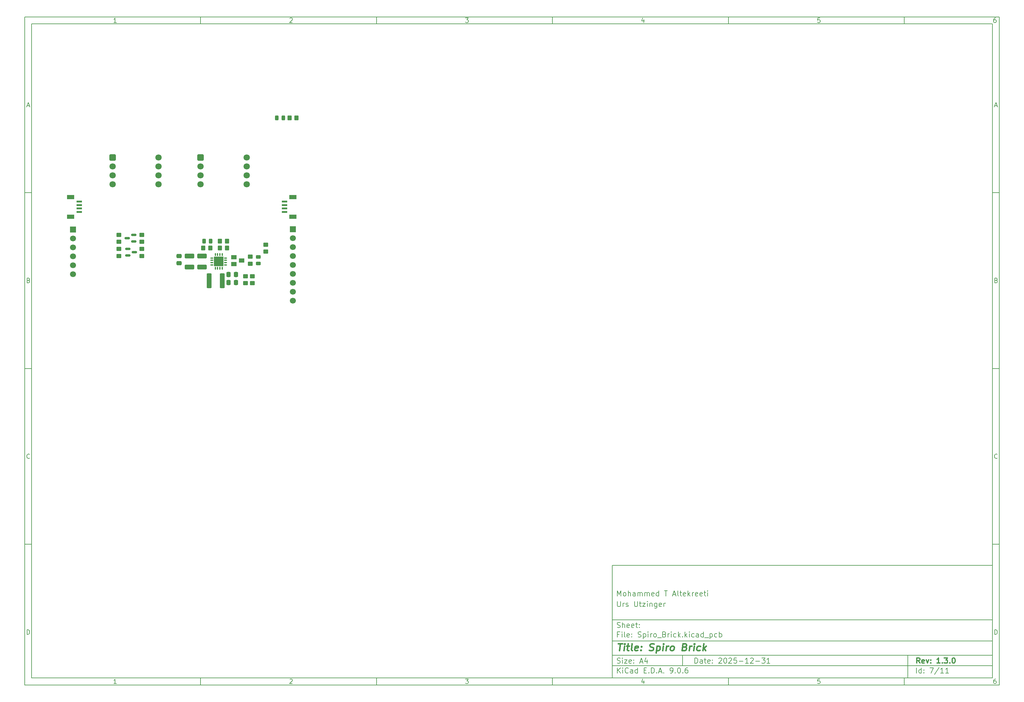
<source format=gbr>
%TF.GenerationSoftware,KiCad,Pcbnew,9.0.6-9.0.6~ubuntu22.04.1*%
%TF.CreationDate,2026-01-05T20:27:44-07:00*%
%TF.ProjectId,Spiro_Brick,53706972-6f5f-4427-9269-636b2e6b6963,1.3.0*%
%TF.SameCoordinates,Original*%
%TF.FileFunction,Soldermask,Top*%
%TF.FilePolarity,Negative*%
%FSLAX46Y46*%
G04 Gerber Fmt 4.6, Leading zero omitted, Abs format (unit mm)*
G04 Created by KiCad (PCBNEW 9.0.6-9.0.6~ubuntu22.04.1) date 2026-01-05 20:27:44*
%MOMM*%
%LPD*%
G01*
G04 APERTURE LIST*
G04 Aperture macros list*
%AMRoundRect*
0 Rectangle with rounded corners*
0 $1 Rounding radius*
0 $2 $3 $4 $5 $6 $7 $8 $9 X,Y pos of 4 corners*
0 Add a 4 corners polygon primitive as box body*
4,1,4,$2,$3,$4,$5,$6,$7,$8,$9,$2,$3,0*
0 Add four circle primitives for the rounded corners*
1,1,$1+$1,$2,$3*
1,1,$1+$1,$4,$5*
1,1,$1+$1,$6,$7*
1,1,$1+$1,$8,$9*
0 Add four rect primitives between the rounded corners*
20,1,$1+$1,$2,$3,$4,$5,0*
20,1,$1+$1,$4,$5,$6,$7,0*
20,1,$1+$1,$6,$7,$8,$9,0*
20,1,$1+$1,$8,$9,$2,$3,0*%
G04 Aperture macros list end*
%ADD10C,0.100000*%
%ADD11C,0.150000*%
%ADD12C,0.300000*%
%ADD13C,0.400000*%
%ADD14RoundRect,0.087500X-0.325000X-0.087500X0.325000X-0.087500X0.325000X0.087500X-0.325000X0.087500X0*%
%ADD15RoundRect,0.087500X-0.087500X-0.325000X0.087500X-0.325000X0.087500X0.325000X-0.087500X0.325000X0*%
%ADD16R,2.700000X2.700000*%
%ADD17RoundRect,0.249999X0.450001X1.850001X-0.450001X1.850001X-0.450001X-1.850001X0.450001X-1.850001X0*%
%ADD18RoundRect,0.150000X-0.587500X-0.150000X0.587500X-0.150000X0.587500X0.150000X-0.587500X0.150000X0*%
%ADD19RoundRect,0.250000X-1.100000X0.412500X-1.100000X-0.412500X1.100000X-0.412500X1.100000X0.412500X0*%
%ADD20RoundRect,0.250000X0.450000X-0.350000X0.450000X0.350000X-0.450000X0.350000X-0.450000X-0.350000X0*%
%ADD21RoundRect,0.281250X-0.618750X-0.618750X0.618750X-0.618750X0.618750X0.618750X-0.618750X0.618750X0*%
%ADD22C,1.800000*%
%ADD23RoundRect,0.250000X-0.475000X0.337500X-0.475000X-0.337500X0.475000X-0.337500X0.475000X0.337500X0*%
%ADD24R,1.700000X1.700000*%
%ADD25C,1.700000*%
%ADD26RoundRect,0.243750X0.243750X0.456250X-0.243750X0.456250X-0.243750X-0.456250X0.243750X-0.456250X0*%
%ADD27RoundRect,0.250000X-0.337500X-0.475000X0.337500X-0.475000X0.337500X0.475000X-0.337500X0.475000X0*%
%ADD28RoundRect,0.250000X-0.350000X-0.450000X0.350000X-0.450000X0.350000X0.450000X-0.350000X0.450000X0*%
%ADD29RoundRect,0.102000X-0.700000X0.500000X-0.700000X-0.500000X0.700000X-0.500000X0.700000X0.500000X0*%
%ADD30RoundRect,0.250000X-0.450000X0.350000X-0.450000X-0.350000X0.450000X-0.350000X0.450000X0.350000X0*%
%ADD31R,1.550000X0.600000*%
%ADD32R,2.000000X1.200000*%
%ADD33RoundRect,0.243750X0.456250X-0.243750X0.456250X0.243750X-0.456250X0.243750X-0.456250X-0.243750X0*%
%ADD34RoundRect,0.150000X0.587500X0.150000X-0.587500X0.150000X-0.587500X-0.150000X0.587500X-0.150000X0*%
%ADD35RoundRect,0.243750X-0.243750X-0.456250X0.243750X-0.456250X0.243750X0.456250X-0.243750X0.456250X0*%
%ADD36RoundRect,0.250000X0.350000X0.450000X-0.350000X0.450000X-0.350000X-0.450000X0.350000X-0.450000X0*%
G04 APERTURE END LIST*
D10*
D11*
X177002200Y-166007200D02*
X285002200Y-166007200D01*
X285002200Y-198007200D01*
X177002200Y-198007200D01*
X177002200Y-166007200D01*
D10*
D11*
X10000000Y-10000000D02*
X287002200Y-10000000D01*
X287002200Y-200007200D01*
X10000000Y-200007200D01*
X10000000Y-10000000D01*
D10*
D11*
X12000000Y-12000000D02*
X285002200Y-12000000D01*
X285002200Y-198007200D01*
X12000000Y-198007200D01*
X12000000Y-12000000D01*
D10*
D11*
X60000000Y-12000000D02*
X60000000Y-10000000D01*
D10*
D11*
X110000000Y-12000000D02*
X110000000Y-10000000D01*
D10*
D11*
X160000000Y-12000000D02*
X160000000Y-10000000D01*
D10*
D11*
X210000000Y-12000000D02*
X210000000Y-10000000D01*
D10*
D11*
X260000000Y-12000000D02*
X260000000Y-10000000D01*
D10*
D11*
X36089160Y-11593604D02*
X35346303Y-11593604D01*
X35717731Y-11593604D02*
X35717731Y-10293604D01*
X35717731Y-10293604D02*
X35593922Y-10479319D01*
X35593922Y-10479319D02*
X35470112Y-10603128D01*
X35470112Y-10603128D02*
X35346303Y-10665033D01*
D10*
D11*
X85346303Y-10417414D02*
X85408207Y-10355509D01*
X85408207Y-10355509D02*
X85532017Y-10293604D01*
X85532017Y-10293604D02*
X85841541Y-10293604D01*
X85841541Y-10293604D02*
X85965350Y-10355509D01*
X85965350Y-10355509D02*
X86027255Y-10417414D01*
X86027255Y-10417414D02*
X86089160Y-10541223D01*
X86089160Y-10541223D02*
X86089160Y-10665033D01*
X86089160Y-10665033D02*
X86027255Y-10850747D01*
X86027255Y-10850747D02*
X85284398Y-11593604D01*
X85284398Y-11593604D02*
X86089160Y-11593604D01*
D10*
D11*
X135284398Y-10293604D02*
X136089160Y-10293604D01*
X136089160Y-10293604D02*
X135655826Y-10788842D01*
X135655826Y-10788842D02*
X135841541Y-10788842D01*
X135841541Y-10788842D02*
X135965350Y-10850747D01*
X135965350Y-10850747D02*
X136027255Y-10912652D01*
X136027255Y-10912652D02*
X136089160Y-11036461D01*
X136089160Y-11036461D02*
X136089160Y-11345985D01*
X136089160Y-11345985D02*
X136027255Y-11469795D01*
X136027255Y-11469795D02*
X135965350Y-11531700D01*
X135965350Y-11531700D02*
X135841541Y-11593604D01*
X135841541Y-11593604D02*
X135470112Y-11593604D01*
X135470112Y-11593604D02*
X135346303Y-11531700D01*
X135346303Y-11531700D02*
X135284398Y-11469795D01*
D10*
D11*
X185965350Y-10726938D02*
X185965350Y-11593604D01*
X185655826Y-10231700D02*
X185346303Y-11160271D01*
X185346303Y-11160271D02*
X186151064Y-11160271D01*
D10*
D11*
X236027255Y-10293604D02*
X235408207Y-10293604D01*
X235408207Y-10293604D02*
X235346303Y-10912652D01*
X235346303Y-10912652D02*
X235408207Y-10850747D01*
X235408207Y-10850747D02*
X235532017Y-10788842D01*
X235532017Y-10788842D02*
X235841541Y-10788842D01*
X235841541Y-10788842D02*
X235965350Y-10850747D01*
X235965350Y-10850747D02*
X236027255Y-10912652D01*
X236027255Y-10912652D02*
X236089160Y-11036461D01*
X236089160Y-11036461D02*
X236089160Y-11345985D01*
X236089160Y-11345985D02*
X236027255Y-11469795D01*
X236027255Y-11469795D02*
X235965350Y-11531700D01*
X235965350Y-11531700D02*
X235841541Y-11593604D01*
X235841541Y-11593604D02*
X235532017Y-11593604D01*
X235532017Y-11593604D02*
X235408207Y-11531700D01*
X235408207Y-11531700D02*
X235346303Y-11469795D01*
D10*
D11*
X285965350Y-10293604D02*
X285717731Y-10293604D01*
X285717731Y-10293604D02*
X285593922Y-10355509D01*
X285593922Y-10355509D02*
X285532017Y-10417414D01*
X285532017Y-10417414D02*
X285408207Y-10603128D01*
X285408207Y-10603128D02*
X285346303Y-10850747D01*
X285346303Y-10850747D02*
X285346303Y-11345985D01*
X285346303Y-11345985D02*
X285408207Y-11469795D01*
X285408207Y-11469795D02*
X285470112Y-11531700D01*
X285470112Y-11531700D02*
X285593922Y-11593604D01*
X285593922Y-11593604D02*
X285841541Y-11593604D01*
X285841541Y-11593604D02*
X285965350Y-11531700D01*
X285965350Y-11531700D02*
X286027255Y-11469795D01*
X286027255Y-11469795D02*
X286089160Y-11345985D01*
X286089160Y-11345985D02*
X286089160Y-11036461D01*
X286089160Y-11036461D02*
X286027255Y-10912652D01*
X286027255Y-10912652D02*
X285965350Y-10850747D01*
X285965350Y-10850747D02*
X285841541Y-10788842D01*
X285841541Y-10788842D02*
X285593922Y-10788842D01*
X285593922Y-10788842D02*
X285470112Y-10850747D01*
X285470112Y-10850747D02*
X285408207Y-10912652D01*
X285408207Y-10912652D02*
X285346303Y-11036461D01*
D10*
D11*
X60000000Y-198007200D02*
X60000000Y-200007200D01*
D10*
D11*
X110000000Y-198007200D02*
X110000000Y-200007200D01*
D10*
D11*
X160000000Y-198007200D02*
X160000000Y-200007200D01*
D10*
D11*
X210000000Y-198007200D02*
X210000000Y-200007200D01*
D10*
D11*
X260000000Y-198007200D02*
X260000000Y-200007200D01*
D10*
D11*
X36089160Y-199600804D02*
X35346303Y-199600804D01*
X35717731Y-199600804D02*
X35717731Y-198300804D01*
X35717731Y-198300804D02*
X35593922Y-198486519D01*
X35593922Y-198486519D02*
X35470112Y-198610328D01*
X35470112Y-198610328D02*
X35346303Y-198672233D01*
D10*
D11*
X85346303Y-198424614D02*
X85408207Y-198362709D01*
X85408207Y-198362709D02*
X85532017Y-198300804D01*
X85532017Y-198300804D02*
X85841541Y-198300804D01*
X85841541Y-198300804D02*
X85965350Y-198362709D01*
X85965350Y-198362709D02*
X86027255Y-198424614D01*
X86027255Y-198424614D02*
X86089160Y-198548423D01*
X86089160Y-198548423D02*
X86089160Y-198672233D01*
X86089160Y-198672233D02*
X86027255Y-198857947D01*
X86027255Y-198857947D02*
X85284398Y-199600804D01*
X85284398Y-199600804D02*
X86089160Y-199600804D01*
D10*
D11*
X135284398Y-198300804D02*
X136089160Y-198300804D01*
X136089160Y-198300804D02*
X135655826Y-198796042D01*
X135655826Y-198796042D02*
X135841541Y-198796042D01*
X135841541Y-198796042D02*
X135965350Y-198857947D01*
X135965350Y-198857947D02*
X136027255Y-198919852D01*
X136027255Y-198919852D02*
X136089160Y-199043661D01*
X136089160Y-199043661D02*
X136089160Y-199353185D01*
X136089160Y-199353185D02*
X136027255Y-199476995D01*
X136027255Y-199476995D02*
X135965350Y-199538900D01*
X135965350Y-199538900D02*
X135841541Y-199600804D01*
X135841541Y-199600804D02*
X135470112Y-199600804D01*
X135470112Y-199600804D02*
X135346303Y-199538900D01*
X135346303Y-199538900D02*
X135284398Y-199476995D01*
D10*
D11*
X185965350Y-198734138D02*
X185965350Y-199600804D01*
X185655826Y-198238900D02*
X185346303Y-199167471D01*
X185346303Y-199167471D02*
X186151064Y-199167471D01*
D10*
D11*
X236027255Y-198300804D02*
X235408207Y-198300804D01*
X235408207Y-198300804D02*
X235346303Y-198919852D01*
X235346303Y-198919852D02*
X235408207Y-198857947D01*
X235408207Y-198857947D02*
X235532017Y-198796042D01*
X235532017Y-198796042D02*
X235841541Y-198796042D01*
X235841541Y-198796042D02*
X235965350Y-198857947D01*
X235965350Y-198857947D02*
X236027255Y-198919852D01*
X236027255Y-198919852D02*
X236089160Y-199043661D01*
X236089160Y-199043661D02*
X236089160Y-199353185D01*
X236089160Y-199353185D02*
X236027255Y-199476995D01*
X236027255Y-199476995D02*
X235965350Y-199538900D01*
X235965350Y-199538900D02*
X235841541Y-199600804D01*
X235841541Y-199600804D02*
X235532017Y-199600804D01*
X235532017Y-199600804D02*
X235408207Y-199538900D01*
X235408207Y-199538900D02*
X235346303Y-199476995D01*
D10*
D11*
X285965350Y-198300804D02*
X285717731Y-198300804D01*
X285717731Y-198300804D02*
X285593922Y-198362709D01*
X285593922Y-198362709D02*
X285532017Y-198424614D01*
X285532017Y-198424614D02*
X285408207Y-198610328D01*
X285408207Y-198610328D02*
X285346303Y-198857947D01*
X285346303Y-198857947D02*
X285346303Y-199353185D01*
X285346303Y-199353185D02*
X285408207Y-199476995D01*
X285408207Y-199476995D02*
X285470112Y-199538900D01*
X285470112Y-199538900D02*
X285593922Y-199600804D01*
X285593922Y-199600804D02*
X285841541Y-199600804D01*
X285841541Y-199600804D02*
X285965350Y-199538900D01*
X285965350Y-199538900D02*
X286027255Y-199476995D01*
X286027255Y-199476995D02*
X286089160Y-199353185D01*
X286089160Y-199353185D02*
X286089160Y-199043661D01*
X286089160Y-199043661D02*
X286027255Y-198919852D01*
X286027255Y-198919852D02*
X285965350Y-198857947D01*
X285965350Y-198857947D02*
X285841541Y-198796042D01*
X285841541Y-198796042D02*
X285593922Y-198796042D01*
X285593922Y-198796042D02*
X285470112Y-198857947D01*
X285470112Y-198857947D02*
X285408207Y-198919852D01*
X285408207Y-198919852D02*
X285346303Y-199043661D01*
D10*
D11*
X10000000Y-60000000D02*
X12000000Y-60000000D01*
D10*
D11*
X10000000Y-110000000D02*
X12000000Y-110000000D01*
D10*
D11*
X10000000Y-160000000D02*
X12000000Y-160000000D01*
D10*
D11*
X10690476Y-35222176D02*
X11309523Y-35222176D01*
X10566666Y-35593604D02*
X10999999Y-34293604D01*
X10999999Y-34293604D02*
X11433333Y-35593604D01*
D10*
D11*
X11092857Y-84912652D02*
X11278571Y-84974557D01*
X11278571Y-84974557D02*
X11340476Y-85036461D01*
X11340476Y-85036461D02*
X11402380Y-85160271D01*
X11402380Y-85160271D02*
X11402380Y-85345985D01*
X11402380Y-85345985D02*
X11340476Y-85469795D01*
X11340476Y-85469795D02*
X11278571Y-85531700D01*
X11278571Y-85531700D02*
X11154761Y-85593604D01*
X11154761Y-85593604D02*
X10659523Y-85593604D01*
X10659523Y-85593604D02*
X10659523Y-84293604D01*
X10659523Y-84293604D02*
X11092857Y-84293604D01*
X11092857Y-84293604D02*
X11216666Y-84355509D01*
X11216666Y-84355509D02*
X11278571Y-84417414D01*
X11278571Y-84417414D02*
X11340476Y-84541223D01*
X11340476Y-84541223D02*
X11340476Y-84665033D01*
X11340476Y-84665033D02*
X11278571Y-84788842D01*
X11278571Y-84788842D02*
X11216666Y-84850747D01*
X11216666Y-84850747D02*
X11092857Y-84912652D01*
X11092857Y-84912652D02*
X10659523Y-84912652D01*
D10*
D11*
X11402380Y-135469795D02*
X11340476Y-135531700D01*
X11340476Y-135531700D02*
X11154761Y-135593604D01*
X11154761Y-135593604D02*
X11030952Y-135593604D01*
X11030952Y-135593604D02*
X10845238Y-135531700D01*
X10845238Y-135531700D02*
X10721428Y-135407890D01*
X10721428Y-135407890D02*
X10659523Y-135284080D01*
X10659523Y-135284080D02*
X10597619Y-135036461D01*
X10597619Y-135036461D02*
X10597619Y-134850747D01*
X10597619Y-134850747D02*
X10659523Y-134603128D01*
X10659523Y-134603128D02*
X10721428Y-134479319D01*
X10721428Y-134479319D02*
X10845238Y-134355509D01*
X10845238Y-134355509D02*
X11030952Y-134293604D01*
X11030952Y-134293604D02*
X11154761Y-134293604D01*
X11154761Y-134293604D02*
X11340476Y-134355509D01*
X11340476Y-134355509D02*
X11402380Y-134417414D01*
D10*
D11*
X10659523Y-185593604D02*
X10659523Y-184293604D01*
X10659523Y-184293604D02*
X10969047Y-184293604D01*
X10969047Y-184293604D02*
X11154761Y-184355509D01*
X11154761Y-184355509D02*
X11278571Y-184479319D01*
X11278571Y-184479319D02*
X11340476Y-184603128D01*
X11340476Y-184603128D02*
X11402380Y-184850747D01*
X11402380Y-184850747D02*
X11402380Y-185036461D01*
X11402380Y-185036461D02*
X11340476Y-185284080D01*
X11340476Y-185284080D02*
X11278571Y-185407890D01*
X11278571Y-185407890D02*
X11154761Y-185531700D01*
X11154761Y-185531700D02*
X10969047Y-185593604D01*
X10969047Y-185593604D02*
X10659523Y-185593604D01*
D10*
D11*
X287002200Y-60000000D02*
X285002200Y-60000000D01*
D10*
D11*
X287002200Y-110000000D02*
X285002200Y-110000000D01*
D10*
D11*
X287002200Y-160000000D02*
X285002200Y-160000000D01*
D10*
D11*
X285692676Y-35222176D02*
X286311723Y-35222176D01*
X285568866Y-35593604D02*
X286002199Y-34293604D01*
X286002199Y-34293604D02*
X286435533Y-35593604D01*
D10*
D11*
X286095057Y-84912652D02*
X286280771Y-84974557D01*
X286280771Y-84974557D02*
X286342676Y-85036461D01*
X286342676Y-85036461D02*
X286404580Y-85160271D01*
X286404580Y-85160271D02*
X286404580Y-85345985D01*
X286404580Y-85345985D02*
X286342676Y-85469795D01*
X286342676Y-85469795D02*
X286280771Y-85531700D01*
X286280771Y-85531700D02*
X286156961Y-85593604D01*
X286156961Y-85593604D02*
X285661723Y-85593604D01*
X285661723Y-85593604D02*
X285661723Y-84293604D01*
X285661723Y-84293604D02*
X286095057Y-84293604D01*
X286095057Y-84293604D02*
X286218866Y-84355509D01*
X286218866Y-84355509D02*
X286280771Y-84417414D01*
X286280771Y-84417414D02*
X286342676Y-84541223D01*
X286342676Y-84541223D02*
X286342676Y-84665033D01*
X286342676Y-84665033D02*
X286280771Y-84788842D01*
X286280771Y-84788842D02*
X286218866Y-84850747D01*
X286218866Y-84850747D02*
X286095057Y-84912652D01*
X286095057Y-84912652D02*
X285661723Y-84912652D01*
D10*
D11*
X286404580Y-135469795D02*
X286342676Y-135531700D01*
X286342676Y-135531700D02*
X286156961Y-135593604D01*
X286156961Y-135593604D02*
X286033152Y-135593604D01*
X286033152Y-135593604D02*
X285847438Y-135531700D01*
X285847438Y-135531700D02*
X285723628Y-135407890D01*
X285723628Y-135407890D02*
X285661723Y-135284080D01*
X285661723Y-135284080D02*
X285599819Y-135036461D01*
X285599819Y-135036461D02*
X285599819Y-134850747D01*
X285599819Y-134850747D02*
X285661723Y-134603128D01*
X285661723Y-134603128D02*
X285723628Y-134479319D01*
X285723628Y-134479319D02*
X285847438Y-134355509D01*
X285847438Y-134355509D02*
X286033152Y-134293604D01*
X286033152Y-134293604D02*
X286156961Y-134293604D01*
X286156961Y-134293604D02*
X286342676Y-134355509D01*
X286342676Y-134355509D02*
X286404580Y-134417414D01*
D10*
D11*
X285661723Y-185593604D02*
X285661723Y-184293604D01*
X285661723Y-184293604D02*
X285971247Y-184293604D01*
X285971247Y-184293604D02*
X286156961Y-184355509D01*
X286156961Y-184355509D02*
X286280771Y-184479319D01*
X286280771Y-184479319D02*
X286342676Y-184603128D01*
X286342676Y-184603128D02*
X286404580Y-184850747D01*
X286404580Y-184850747D02*
X286404580Y-185036461D01*
X286404580Y-185036461D02*
X286342676Y-185284080D01*
X286342676Y-185284080D02*
X286280771Y-185407890D01*
X286280771Y-185407890D02*
X286156961Y-185531700D01*
X286156961Y-185531700D02*
X285971247Y-185593604D01*
X285971247Y-185593604D02*
X285661723Y-185593604D01*
D10*
D11*
X200458026Y-193793328D02*
X200458026Y-192293328D01*
X200458026Y-192293328D02*
X200815169Y-192293328D01*
X200815169Y-192293328D02*
X201029455Y-192364757D01*
X201029455Y-192364757D02*
X201172312Y-192507614D01*
X201172312Y-192507614D02*
X201243741Y-192650471D01*
X201243741Y-192650471D02*
X201315169Y-192936185D01*
X201315169Y-192936185D02*
X201315169Y-193150471D01*
X201315169Y-193150471D02*
X201243741Y-193436185D01*
X201243741Y-193436185D02*
X201172312Y-193579042D01*
X201172312Y-193579042D02*
X201029455Y-193721900D01*
X201029455Y-193721900D02*
X200815169Y-193793328D01*
X200815169Y-193793328D02*
X200458026Y-193793328D01*
X202600884Y-193793328D02*
X202600884Y-193007614D01*
X202600884Y-193007614D02*
X202529455Y-192864757D01*
X202529455Y-192864757D02*
X202386598Y-192793328D01*
X202386598Y-192793328D02*
X202100884Y-192793328D01*
X202100884Y-192793328D02*
X201958026Y-192864757D01*
X202600884Y-193721900D02*
X202458026Y-193793328D01*
X202458026Y-193793328D02*
X202100884Y-193793328D01*
X202100884Y-193793328D02*
X201958026Y-193721900D01*
X201958026Y-193721900D02*
X201886598Y-193579042D01*
X201886598Y-193579042D02*
X201886598Y-193436185D01*
X201886598Y-193436185D02*
X201958026Y-193293328D01*
X201958026Y-193293328D02*
X202100884Y-193221900D01*
X202100884Y-193221900D02*
X202458026Y-193221900D01*
X202458026Y-193221900D02*
X202600884Y-193150471D01*
X203100884Y-192793328D02*
X203672312Y-192793328D01*
X203315169Y-192293328D02*
X203315169Y-193579042D01*
X203315169Y-193579042D02*
X203386598Y-193721900D01*
X203386598Y-193721900D02*
X203529455Y-193793328D01*
X203529455Y-193793328D02*
X203672312Y-193793328D01*
X204743741Y-193721900D02*
X204600884Y-193793328D01*
X204600884Y-193793328D02*
X204315170Y-193793328D01*
X204315170Y-193793328D02*
X204172312Y-193721900D01*
X204172312Y-193721900D02*
X204100884Y-193579042D01*
X204100884Y-193579042D02*
X204100884Y-193007614D01*
X204100884Y-193007614D02*
X204172312Y-192864757D01*
X204172312Y-192864757D02*
X204315170Y-192793328D01*
X204315170Y-192793328D02*
X204600884Y-192793328D01*
X204600884Y-192793328D02*
X204743741Y-192864757D01*
X204743741Y-192864757D02*
X204815170Y-193007614D01*
X204815170Y-193007614D02*
X204815170Y-193150471D01*
X204815170Y-193150471D02*
X204100884Y-193293328D01*
X205458026Y-193650471D02*
X205529455Y-193721900D01*
X205529455Y-193721900D02*
X205458026Y-193793328D01*
X205458026Y-193793328D02*
X205386598Y-193721900D01*
X205386598Y-193721900D02*
X205458026Y-193650471D01*
X205458026Y-193650471D02*
X205458026Y-193793328D01*
X205458026Y-192864757D02*
X205529455Y-192936185D01*
X205529455Y-192936185D02*
X205458026Y-193007614D01*
X205458026Y-193007614D02*
X205386598Y-192936185D01*
X205386598Y-192936185D02*
X205458026Y-192864757D01*
X205458026Y-192864757D02*
X205458026Y-193007614D01*
X207243741Y-192436185D02*
X207315169Y-192364757D01*
X207315169Y-192364757D02*
X207458027Y-192293328D01*
X207458027Y-192293328D02*
X207815169Y-192293328D01*
X207815169Y-192293328D02*
X207958027Y-192364757D01*
X207958027Y-192364757D02*
X208029455Y-192436185D01*
X208029455Y-192436185D02*
X208100884Y-192579042D01*
X208100884Y-192579042D02*
X208100884Y-192721900D01*
X208100884Y-192721900D02*
X208029455Y-192936185D01*
X208029455Y-192936185D02*
X207172312Y-193793328D01*
X207172312Y-193793328D02*
X208100884Y-193793328D01*
X209029455Y-192293328D02*
X209172312Y-192293328D01*
X209172312Y-192293328D02*
X209315169Y-192364757D01*
X209315169Y-192364757D02*
X209386598Y-192436185D01*
X209386598Y-192436185D02*
X209458026Y-192579042D01*
X209458026Y-192579042D02*
X209529455Y-192864757D01*
X209529455Y-192864757D02*
X209529455Y-193221900D01*
X209529455Y-193221900D02*
X209458026Y-193507614D01*
X209458026Y-193507614D02*
X209386598Y-193650471D01*
X209386598Y-193650471D02*
X209315169Y-193721900D01*
X209315169Y-193721900D02*
X209172312Y-193793328D01*
X209172312Y-193793328D02*
X209029455Y-193793328D01*
X209029455Y-193793328D02*
X208886598Y-193721900D01*
X208886598Y-193721900D02*
X208815169Y-193650471D01*
X208815169Y-193650471D02*
X208743740Y-193507614D01*
X208743740Y-193507614D02*
X208672312Y-193221900D01*
X208672312Y-193221900D02*
X208672312Y-192864757D01*
X208672312Y-192864757D02*
X208743740Y-192579042D01*
X208743740Y-192579042D02*
X208815169Y-192436185D01*
X208815169Y-192436185D02*
X208886598Y-192364757D01*
X208886598Y-192364757D02*
X209029455Y-192293328D01*
X210100883Y-192436185D02*
X210172311Y-192364757D01*
X210172311Y-192364757D02*
X210315169Y-192293328D01*
X210315169Y-192293328D02*
X210672311Y-192293328D01*
X210672311Y-192293328D02*
X210815169Y-192364757D01*
X210815169Y-192364757D02*
X210886597Y-192436185D01*
X210886597Y-192436185D02*
X210958026Y-192579042D01*
X210958026Y-192579042D02*
X210958026Y-192721900D01*
X210958026Y-192721900D02*
X210886597Y-192936185D01*
X210886597Y-192936185D02*
X210029454Y-193793328D01*
X210029454Y-193793328D02*
X210958026Y-193793328D01*
X212315168Y-192293328D02*
X211600882Y-192293328D01*
X211600882Y-192293328D02*
X211529454Y-193007614D01*
X211529454Y-193007614D02*
X211600882Y-192936185D01*
X211600882Y-192936185D02*
X211743740Y-192864757D01*
X211743740Y-192864757D02*
X212100882Y-192864757D01*
X212100882Y-192864757D02*
X212243740Y-192936185D01*
X212243740Y-192936185D02*
X212315168Y-193007614D01*
X212315168Y-193007614D02*
X212386597Y-193150471D01*
X212386597Y-193150471D02*
X212386597Y-193507614D01*
X212386597Y-193507614D02*
X212315168Y-193650471D01*
X212315168Y-193650471D02*
X212243740Y-193721900D01*
X212243740Y-193721900D02*
X212100882Y-193793328D01*
X212100882Y-193793328D02*
X211743740Y-193793328D01*
X211743740Y-193793328D02*
X211600882Y-193721900D01*
X211600882Y-193721900D02*
X211529454Y-193650471D01*
X213029453Y-193221900D02*
X214172311Y-193221900D01*
X215672311Y-193793328D02*
X214815168Y-193793328D01*
X215243739Y-193793328D02*
X215243739Y-192293328D01*
X215243739Y-192293328D02*
X215100882Y-192507614D01*
X215100882Y-192507614D02*
X214958025Y-192650471D01*
X214958025Y-192650471D02*
X214815168Y-192721900D01*
X216243739Y-192436185D02*
X216315167Y-192364757D01*
X216315167Y-192364757D02*
X216458025Y-192293328D01*
X216458025Y-192293328D02*
X216815167Y-192293328D01*
X216815167Y-192293328D02*
X216958025Y-192364757D01*
X216958025Y-192364757D02*
X217029453Y-192436185D01*
X217029453Y-192436185D02*
X217100882Y-192579042D01*
X217100882Y-192579042D02*
X217100882Y-192721900D01*
X217100882Y-192721900D02*
X217029453Y-192936185D01*
X217029453Y-192936185D02*
X216172310Y-193793328D01*
X216172310Y-193793328D02*
X217100882Y-193793328D01*
X217743738Y-193221900D02*
X218886596Y-193221900D01*
X219458024Y-192293328D02*
X220386596Y-192293328D01*
X220386596Y-192293328D02*
X219886596Y-192864757D01*
X219886596Y-192864757D02*
X220100881Y-192864757D01*
X220100881Y-192864757D02*
X220243739Y-192936185D01*
X220243739Y-192936185D02*
X220315167Y-193007614D01*
X220315167Y-193007614D02*
X220386596Y-193150471D01*
X220386596Y-193150471D02*
X220386596Y-193507614D01*
X220386596Y-193507614D02*
X220315167Y-193650471D01*
X220315167Y-193650471D02*
X220243739Y-193721900D01*
X220243739Y-193721900D02*
X220100881Y-193793328D01*
X220100881Y-193793328D02*
X219672310Y-193793328D01*
X219672310Y-193793328D02*
X219529453Y-193721900D01*
X219529453Y-193721900D02*
X219458024Y-193650471D01*
X221815167Y-193793328D02*
X220958024Y-193793328D01*
X221386595Y-193793328D02*
X221386595Y-192293328D01*
X221386595Y-192293328D02*
X221243738Y-192507614D01*
X221243738Y-192507614D02*
X221100881Y-192650471D01*
X221100881Y-192650471D02*
X220958024Y-192721900D01*
D10*
D11*
X177002200Y-194507200D02*
X285002200Y-194507200D01*
D10*
D11*
X178458026Y-196593328D02*
X178458026Y-195093328D01*
X179315169Y-196593328D02*
X178672312Y-195736185D01*
X179315169Y-195093328D02*
X178458026Y-195950471D01*
X179958026Y-196593328D02*
X179958026Y-195593328D01*
X179958026Y-195093328D02*
X179886598Y-195164757D01*
X179886598Y-195164757D02*
X179958026Y-195236185D01*
X179958026Y-195236185D02*
X180029455Y-195164757D01*
X180029455Y-195164757D02*
X179958026Y-195093328D01*
X179958026Y-195093328D02*
X179958026Y-195236185D01*
X181529455Y-196450471D02*
X181458027Y-196521900D01*
X181458027Y-196521900D02*
X181243741Y-196593328D01*
X181243741Y-196593328D02*
X181100884Y-196593328D01*
X181100884Y-196593328D02*
X180886598Y-196521900D01*
X180886598Y-196521900D02*
X180743741Y-196379042D01*
X180743741Y-196379042D02*
X180672312Y-196236185D01*
X180672312Y-196236185D02*
X180600884Y-195950471D01*
X180600884Y-195950471D02*
X180600884Y-195736185D01*
X180600884Y-195736185D02*
X180672312Y-195450471D01*
X180672312Y-195450471D02*
X180743741Y-195307614D01*
X180743741Y-195307614D02*
X180886598Y-195164757D01*
X180886598Y-195164757D02*
X181100884Y-195093328D01*
X181100884Y-195093328D02*
X181243741Y-195093328D01*
X181243741Y-195093328D02*
X181458027Y-195164757D01*
X181458027Y-195164757D02*
X181529455Y-195236185D01*
X182815170Y-196593328D02*
X182815170Y-195807614D01*
X182815170Y-195807614D02*
X182743741Y-195664757D01*
X182743741Y-195664757D02*
X182600884Y-195593328D01*
X182600884Y-195593328D02*
X182315170Y-195593328D01*
X182315170Y-195593328D02*
X182172312Y-195664757D01*
X182815170Y-196521900D02*
X182672312Y-196593328D01*
X182672312Y-196593328D02*
X182315170Y-196593328D01*
X182315170Y-196593328D02*
X182172312Y-196521900D01*
X182172312Y-196521900D02*
X182100884Y-196379042D01*
X182100884Y-196379042D02*
X182100884Y-196236185D01*
X182100884Y-196236185D02*
X182172312Y-196093328D01*
X182172312Y-196093328D02*
X182315170Y-196021900D01*
X182315170Y-196021900D02*
X182672312Y-196021900D01*
X182672312Y-196021900D02*
X182815170Y-195950471D01*
X184172313Y-196593328D02*
X184172313Y-195093328D01*
X184172313Y-196521900D02*
X184029455Y-196593328D01*
X184029455Y-196593328D02*
X183743741Y-196593328D01*
X183743741Y-196593328D02*
X183600884Y-196521900D01*
X183600884Y-196521900D02*
X183529455Y-196450471D01*
X183529455Y-196450471D02*
X183458027Y-196307614D01*
X183458027Y-196307614D02*
X183458027Y-195879042D01*
X183458027Y-195879042D02*
X183529455Y-195736185D01*
X183529455Y-195736185D02*
X183600884Y-195664757D01*
X183600884Y-195664757D02*
X183743741Y-195593328D01*
X183743741Y-195593328D02*
X184029455Y-195593328D01*
X184029455Y-195593328D02*
X184172313Y-195664757D01*
X186029455Y-195807614D02*
X186529455Y-195807614D01*
X186743741Y-196593328D02*
X186029455Y-196593328D01*
X186029455Y-196593328D02*
X186029455Y-195093328D01*
X186029455Y-195093328D02*
X186743741Y-195093328D01*
X187386598Y-196450471D02*
X187458027Y-196521900D01*
X187458027Y-196521900D02*
X187386598Y-196593328D01*
X187386598Y-196593328D02*
X187315170Y-196521900D01*
X187315170Y-196521900D02*
X187386598Y-196450471D01*
X187386598Y-196450471D02*
X187386598Y-196593328D01*
X188100884Y-196593328D02*
X188100884Y-195093328D01*
X188100884Y-195093328D02*
X188458027Y-195093328D01*
X188458027Y-195093328D02*
X188672313Y-195164757D01*
X188672313Y-195164757D02*
X188815170Y-195307614D01*
X188815170Y-195307614D02*
X188886599Y-195450471D01*
X188886599Y-195450471D02*
X188958027Y-195736185D01*
X188958027Y-195736185D02*
X188958027Y-195950471D01*
X188958027Y-195950471D02*
X188886599Y-196236185D01*
X188886599Y-196236185D02*
X188815170Y-196379042D01*
X188815170Y-196379042D02*
X188672313Y-196521900D01*
X188672313Y-196521900D02*
X188458027Y-196593328D01*
X188458027Y-196593328D02*
X188100884Y-196593328D01*
X189600884Y-196450471D02*
X189672313Y-196521900D01*
X189672313Y-196521900D02*
X189600884Y-196593328D01*
X189600884Y-196593328D02*
X189529456Y-196521900D01*
X189529456Y-196521900D02*
X189600884Y-196450471D01*
X189600884Y-196450471D02*
X189600884Y-196593328D01*
X190243742Y-196164757D02*
X190958028Y-196164757D01*
X190100885Y-196593328D02*
X190600885Y-195093328D01*
X190600885Y-195093328D02*
X191100885Y-196593328D01*
X191600884Y-196450471D02*
X191672313Y-196521900D01*
X191672313Y-196521900D02*
X191600884Y-196593328D01*
X191600884Y-196593328D02*
X191529456Y-196521900D01*
X191529456Y-196521900D02*
X191600884Y-196450471D01*
X191600884Y-196450471D02*
X191600884Y-196593328D01*
X193529456Y-196593328D02*
X193815170Y-196593328D01*
X193815170Y-196593328D02*
X193958027Y-196521900D01*
X193958027Y-196521900D02*
X194029456Y-196450471D01*
X194029456Y-196450471D02*
X194172313Y-196236185D01*
X194172313Y-196236185D02*
X194243742Y-195950471D01*
X194243742Y-195950471D02*
X194243742Y-195379042D01*
X194243742Y-195379042D02*
X194172313Y-195236185D01*
X194172313Y-195236185D02*
X194100885Y-195164757D01*
X194100885Y-195164757D02*
X193958027Y-195093328D01*
X193958027Y-195093328D02*
X193672313Y-195093328D01*
X193672313Y-195093328D02*
X193529456Y-195164757D01*
X193529456Y-195164757D02*
X193458027Y-195236185D01*
X193458027Y-195236185D02*
X193386599Y-195379042D01*
X193386599Y-195379042D02*
X193386599Y-195736185D01*
X193386599Y-195736185D02*
X193458027Y-195879042D01*
X193458027Y-195879042D02*
X193529456Y-195950471D01*
X193529456Y-195950471D02*
X193672313Y-196021900D01*
X193672313Y-196021900D02*
X193958027Y-196021900D01*
X193958027Y-196021900D02*
X194100885Y-195950471D01*
X194100885Y-195950471D02*
X194172313Y-195879042D01*
X194172313Y-195879042D02*
X194243742Y-195736185D01*
X194886598Y-196450471D02*
X194958027Y-196521900D01*
X194958027Y-196521900D02*
X194886598Y-196593328D01*
X194886598Y-196593328D02*
X194815170Y-196521900D01*
X194815170Y-196521900D02*
X194886598Y-196450471D01*
X194886598Y-196450471D02*
X194886598Y-196593328D01*
X195886599Y-195093328D02*
X196029456Y-195093328D01*
X196029456Y-195093328D02*
X196172313Y-195164757D01*
X196172313Y-195164757D02*
X196243742Y-195236185D01*
X196243742Y-195236185D02*
X196315170Y-195379042D01*
X196315170Y-195379042D02*
X196386599Y-195664757D01*
X196386599Y-195664757D02*
X196386599Y-196021900D01*
X196386599Y-196021900D02*
X196315170Y-196307614D01*
X196315170Y-196307614D02*
X196243742Y-196450471D01*
X196243742Y-196450471D02*
X196172313Y-196521900D01*
X196172313Y-196521900D02*
X196029456Y-196593328D01*
X196029456Y-196593328D02*
X195886599Y-196593328D01*
X195886599Y-196593328D02*
X195743742Y-196521900D01*
X195743742Y-196521900D02*
X195672313Y-196450471D01*
X195672313Y-196450471D02*
X195600884Y-196307614D01*
X195600884Y-196307614D02*
X195529456Y-196021900D01*
X195529456Y-196021900D02*
X195529456Y-195664757D01*
X195529456Y-195664757D02*
X195600884Y-195379042D01*
X195600884Y-195379042D02*
X195672313Y-195236185D01*
X195672313Y-195236185D02*
X195743742Y-195164757D01*
X195743742Y-195164757D02*
X195886599Y-195093328D01*
X197029455Y-196450471D02*
X197100884Y-196521900D01*
X197100884Y-196521900D02*
X197029455Y-196593328D01*
X197029455Y-196593328D02*
X196958027Y-196521900D01*
X196958027Y-196521900D02*
X197029455Y-196450471D01*
X197029455Y-196450471D02*
X197029455Y-196593328D01*
X198386599Y-195093328D02*
X198100884Y-195093328D01*
X198100884Y-195093328D02*
X197958027Y-195164757D01*
X197958027Y-195164757D02*
X197886599Y-195236185D01*
X197886599Y-195236185D02*
X197743741Y-195450471D01*
X197743741Y-195450471D02*
X197672313Y-195736185D01*
X197672313Y-195736185D02*
X197672313Y-196307614D01*
X197672313Y-196307614D02*
X197743741Y-196450471D01*
X197743741Y-196450471D02*
X197815170Y-196521900D01*
X197815170Y-196521900D02*
X197958027Y-196593328D01*
X197958027Y-196593328D02*
X198243741Y-196593328D01*
X198243741Y-196593328D02*
X198386599Y-196521900D01*
X198386599Y-196521900D02*
X198458027Y-196450471D01*
X198458027Y-196450471D02*
X198529456Y-196307614D01*
X198529456Y-196307614D02*
X198529456Y-195950471D01*
X198529456Y-195950471D02*
X198458027Y-195807614D01*
X198458027Y-195807614D02*
X198386599Y-195736185D01*
X198386599Y-195736185D02*
X198243741Y-195664757D01*
X198243741Y-195664757D02*
X197958027Y-195664757D01*
X197958027Y-195664757D02*
X197815170Y-195736185D01*
X197815170Y-195736185D02*
X197743741Y-195807614D01*
X197743741Y-195807614D02*
X197672313Y-195950471D01*
D10*
D11*
X177002200Y-191507200D02*
X285002200Y-191507200D01*
D10*
D12*
X264413853Y-193785528D02*
X263913853Y-193071242D01*
X263556710Y-193785528D02*
X263556710Y-192285528D01*
X263556710Y-192285528D02*
X264128139Y-192285528D01*
X264128139Y-192285528D02*
X264270996Y-192356957D01*
X264270996Y-192356957D02*
X264342425Y-192428385D01*
X264342425Y-192428385D02*
X264413853Y-192571242D01*
X264413853Y-192571242D02*
X264413853Y-192785528D01*
X264413853Y-192785528D02*
X264342425Y-192928385D01*
X264342425Y-192928385D02*
X264270996Y-192999814D01*
X264270996Y-192999814D02*
X264128139Y-193071242D01*
X264128139Y-193071242D02*
X263556710Y-193071242D01*
X265628139Y-193714100D02*
X265485282Y-193785528D01*
X265485282Y-193785528D02*
X265199568Y-193785528D01*
X265199568Y-193785528D02*
X265056710Y-193714100D01*
X265056710Y-193714100D02*
X264985282Y-193571242D01*
X264985282Y-193571242D02*
X264985282Y-192999814D01*
X264985282Y-192999814D02*
X265056710Y-192856957D01*
X265056710Y-192856957D02*
X265199568Y-192785528D01*
X265199568Y-192785528D02*
X265485282Y-192785528D01*
X265485282Y-192785528D02*
X265628139Y-192856957D01*
X265628139Y-192856957D02*
X265699568Y-192999814D01*
X265699568Y-192999814D02*
X265699568Y-193142671D01*
X265699568Y-193142671D02*
X264985282Y-193285528D01*
X266199567Y-192785528D02*
X266556710Y-193785528D01*
X266556710Y-193785528D02*
X266913853Y-192785528D01*
X267485281Y-193642671D02*
X267556710Y-193714100D01*
X267556710Y-193714100D02*
X267485281Y-193785528D01*
X267485281Y-193785528D02*
X267413853Y-193714100D01*
X267413853Y-193714100D02*
X267485281Y-193642671D01*
X267485281Y-193642671D02*
X267485281Y-193785528D01*
X267485281Y-192856957D02*
X267556710Y-192928385D01*
X267556710Y-192928385D02*
X267485281Y-192999814D01*
X267485281Y-192999814D02*
X267413853Y-192928385D01*
X267413853Y-192928385D02*
X267485281Y-192856957D01*
X267485281Y-192856957D02*
X267485281Y-192999814D01*
X270128139Y-193785528D02*
X269270996Y-193785528D01*
X269699567Y-193785528D02*
X269699567Y-192285528D01*
X269699567Y-192285528D02*
X269556710Y-192499814D01*
X269556710Y-192499814D02*
X269413853Y-192642671D01*
X269413853Y-192642671D02*
X269270996Y-192714100D01*
X270770995Y-193642671D02*
X270842424Y-193714100D01*
X270842424Y-193714100D02*
X270770995Y-193785528D01*
X270770995Y-193785528D02*
X270699567Y-193714100D01*
X270699567Y-193714100D02*
X270770995Y-193642671D01*
X270770995Y-193642671D02*
X270770995Y-193785528D01*
X271342424Y-192285528D02*
X272270996Y-192285528D01*
X272270996Y-192285528D02*
X271770996Y-192856957D01*
X271770996Y-192856957D02*
X271985281Y-192856957D01*
X271985281Y-192856957D02*
X272128139Y-192928385D01*
X272128139Y-192928385D02*
X272199567Y-192999814D01*
X272199567Y-192999814D02*
X272270996Y-193142671D01*
X272270996Y-193142671D02*
X272270996Y-193499814D01*
X272270996Y-193499814D02*
X272199567Y-193642671D01*
X272199567Y-193642671D02*
X272128139Y-193714100D01*
X272128139Y-193714100D02*
X271985281Y-193785528D01*
X271985281Y-193785528D02*
X271556710Y-193785528D01*
X271556710Y-193785528D02*
X271413853Y-193714100D01*
X271413853Y-193714100D02*
X271342424Y-193642671D01*
X272913852Y-193642671D02*
X272985281Y-193714100D01*
X272985281Y-193714100D02*
X272913852Y-193785528D01*
X272913852Y-193785528D02*
X272842424Y-193714100D01*
X272842424Y-193714100D02*
X272913852Y-193642671D01*
X272913852Y-193642671D02*
X272913852Y-193785528D01*
X273913853Y-192285528D02*
X274056710Y-192285528D01*
X274056710Y-192285528D02*
X274199567Y-192356957D01*
X274199567Y-192356957D02*
X274270996Y-192428385D01*
X274270996Y-192428385D02*
X274342424Y-192571242D01*
X274342424Y-192571242D02*
X274413853Y-192856957D01*
X274413853Y-192856957D02*
X274413853Y-193214100D01*
X274413853Y-193214100D02*
X274342424Y-193499814D01*
X274342424Y-193499814D02*
X274270996Y-193642671D01*
X274270996Y-193642671D02*
X274199567Y-193714100D01*
X274199567Y-193714100D02*
X274056710Y-193785528D01*
X274056710Y-193785528D02*
X273913853Y-193785528D01*
X273913853Y-193785528D02*
X273770996Y-193714100D01*
X273770996Y-193714100D02*
X273699567Y-193642671D01*
X273699567Y-193642671D02*
X273628138Y-193499814D01*
X273628138Y-193499814D02*
X273556710Y-193214100D01*
X273556710Y-193214100D02*
X273556710Y-192856957D01*
X273556710Y-192856957D02*
X273628138Y-192571242D01*
X273628138Y-192571242D02*
X273699567Y-192428385D01*
X273699567Y-192428385D02*
X273770996Y-192356957D01*
X273770996Y-192356957D02*
X273913853Y-192285528D01*
D10*
D11*
X178386598Y-193721900D02*
X178600884Y-193793328D01*
X178600884Y-193793328D02*
X178958026Y-193793328D01*
X178958026Y-193793328D02*
X179100884Y-193721900D01*
X179100884Y-193721900D02*
X179172312Y-193650471D01*
X179172312Y-193650471D02*
X179243741Y-193507614D01*
X179243741Y-193507614D02*
X179243741Y-193364757D01*
X179243741Y-193364757D02*
X179172312Y-193221900D01*
X179172312Y-193221900D02*
X179100884Y-193150471D01*
X179100884Y-193150471D02*
X178958026Y-193079042D01*
X178958026Y-193079042D02*
X178672312Y-193007614D01*
X178672312Y-193007614D02*
X178529455Y-192936185D01*
X178529455Y-192936185D02*
X178458026Y-192864757D01*
X178458026Y-192864757D02*
X178386598Y-192721900D01*
X178386598Y-192721900D02*
X178386598Y-192579042D01*
X178386598Y-192579042D02*
X178458026Y-192436185D01*
X178458026Y-192436185D02*
X178529455Y-192364757D01*
X178529455Y-192364757D02*
X178672312Y-192293328D01*
X178672312Y-192293328D02*
X179029455Y-192293328D01*
X179029455Y-192293328D02*
X179243741Y-192364757D01*
X179886597Y-193793328D02*
X179886597Y-192793328D01*
X179886597Y-192293328D02*
X179815169Y-192364757D01*
X179815169Y-192364757D02*
X179886597Y-192436185D01*
X179886597Y-192436185D02*
X179958026Y-192364757D01*
X179958026Y-192364757D02*
X179886597Y-192293328D01*
X179886597Y-192293328D02*
X179886597Y-192436185D01*
X180458026Y-192793328D02*
X181243741Y-192793328D01*
X181243741Y-192793328D02*
X180458026Y-193793328D01*
X180458026Y-193793328D02*
X181243741Y-193793328D01*
X182386598Y-193721900D02*
X182243741Y-193793328D01*
X182243741Y-193793328D02*
X181958027Y-193793328D01*
X181958027Y-193793328D02*
X181815169Y-193721900D01*
X181815169Y-193721900D02*
X181743741Y-193579042D01*
X181743741Y-193579042D02*
X181743741Y-193007614D01*
X181743741Y-193007614D02*
X181815169Y-192864757D01*
X181815169Y-192864757D02*
X181958027Y-192793328D01*
X181958027Y-192793328D02*
X182243741Y-192793328D01*
X182243741Y-192793328D02*
X182386598Y-192864757D01*
X182386598Y-192864757D02*
X182458027Y-193007614D01*
X182458027Y-193007614D02*
X182458027Y-193150471D01*
X182458027Y-193150471D02*
X181743741Y-193293328D01*
X183100883Y-193650471D02*
X183172312Y-193721900D01*
X183172312Y-193721900D02*
X183100883Y-193793328D01*
X183100883Y-193793328D02*
X183029455Y-193721900D01*
X183029455Y-193721900D02*
X183100883Y-193650471D01*
X183100883Y-193650471D02*
X183100883Y-193793328D01*
X183100883Y-192864757D02*
X183172312Y-192936185D01*
X183172312Y-192936185D02*
X183100883Y-193007614D01*
X183100883Y-193007614D02*
X183029455Y-192936185D01*
X183029455Y-192936185D02*
X183100883Y-192864757D01*
X183100883Y-192864757D02*
X183100883Y-193007614D01*
X184886598Y-193364757D02*
X185600884Y-193364757D01*
X184743741Y-193793328D02*
X185243741Y-192293328D01*
X185243741Y-192293328D02*
X185743741Y-193793328D01*
X186886598Y-192793328D02*
X186886598Y-193793328D01*
X186529455Y-192221900D02*
X186172312Y-193293328D01*
X186172312Y-193293328D02*
X187100883Y-193293328D01*
D10*
D11*
X263458026Y-196593328D02*
X263458026Y-195093328D01*
X264815170Y-196593328D02*
X264815170Y-195093328D01*
X264815170Y-196521900D02*
X264672312Y-196593328D01*
X264672312Y-196593328D02*
X264386598Y-196593328D01*
X264386598Y-196593328D02*
X264243741Y-196521900D01*
X264243741Y-196521900D02*
X264172312Y-196450471D01*
X264172312Y-196450471D02*
X264100884Y-196307614D01*
X264100884Y-196307614D02*
X264100884Y-195879042D01*
X264100884Y-195879042D02*
X264172312Y-195736185D01*
X264172312Y-195736185D02*
X264243741Y-195664757D01*
X264243741Y-195664757D02*
X264386598Y-195593328D01*
X264386598Y-195593328D02*
X264672312Y-195593328D01*
X264672312Y-195593328D02*
X264815170Y-195664757D01*
X265529455Y-196450471D02*
X265600884Y-196521900D01*
X265600884Y-196521900D02*
X265529455Y-196593328D01*
X265529455Y-196593328D02*
X265458027Y-196521900D01*
X265458027Y-196521900D02*
X265529455Y-196450471D01*
X265529455Y-196450471D02*
X265529455Y-196593328D01*
X265529455Y-195664757D02*
X265600884Y-195736185D01*
X265600884Y-195736185D02*
X265529455Y-195807614D01*
X265529455Y-195807614D02*
X265458027Y-195736185D01*
X265458027Y-195736185D02*
X265529455Y-195664757D01*
X265529455Y-195664757D02*
X265529455Y-195807614D01*
X267243741Y-195093328D02*
X268243741Y-195093328D01*
X268243741Y-195093328D02*
X267600884Y-196593328D01*
X269886598Y-195021900D02*
X268600884Y-196950471D01*
X271172313Y-196593328D02*
X270315170Y-196593328D01*
X270743741Y-196593328D02*
X270743741Y-195093328D01*
X270743741Y-195093328D02*
X270600884Y-195307614D01*
X270600884Y-195307614D02*
X270458027Y-195450471D01*
X270458027Y-195450471D02*
X270315170Y-195521900D01*
X272600884Y-196593328D02*
X271743741Y-196593328D01*
X272172312Y-196593328D02*
X272172312Y-195093328D01*
X272172312Y-195093328D02*
X272029455Y-195307614D01*
X272029455Y-195307614D02*
X271886598Y-195450471D01*
X271886598Y-195450471D02*
X271743741Y-195521900D01*
D10*
D11*
X177002200Y-187507200D02*
X285002200Y-187507200D01*
D10*
D13*
X178693928Y-188211638D02*
X179836785Y-188211638D01*
X179015357Y-190211638D02*
X179265357Y-188211638D01*
X180253452Y-190211638D02*
X180420119Y-188878304D01*
X180503452Y-188211638D02*
X180396309Y-188306876D01*
X180396309Y-188306876D02*
X180479643Y-188402114D01*
X180479643Y-188402114D02*
X180586786Y-188306876D01*
X180586786Y-188306876D02*
X180503452Y-188211638D01*
X180503452Y-188211638D02*
X180479643Y-188402114D01*
X181086786Y-188878304D02*
X181848690Y-188878304D01*
X181455833Y-188211638D02*
X181241548Y-189925923D01*
X181241548Y-189925923D02*
X181312976Y-190116400D01*
X181312976Y-190116400D02*
X181491548Y-190211638D01*
X181491548Y-190211638D02*
X181682024Y-190211638D01*
X182634405Y-190211638D02*
X182455833Y-190116400D01*
X182455833Y-190116400D02*
X182384405Y-189925923D01*
X182384405Y-189925923D02*
X182598690Y-188211638D01*
X184170119Y-190116400D02*
X183967738Y-190211638D01*
X183967738Y-190211638D02*
X183586785Y-190211638D01*
X183586785Y-190211638D02*
X183408214Y-190116400D01*
X183408214Y-190116400D02*
X183336785Y-189925923D01*
X183336785Y-189925923D02*
X183432024Y-189164019D01*
X183432024Y-189164019D02*
X183551071Y-188973542D01*
X183551071Y-188973542D02*
X183753452Y-188878304D01*
X183753452Y-188878304D02*
X184134404Y-188878304D01*
X184134404Y-188878304D02*
X184312976Y-188973542D01*
X184312976Y-188973542D02*
X184384404Y-189164019D01*
X184384404Y-189164019D02*
X184360595Y-189354495D01*
X184360595Y-189354495D02*
X183384404Y-189544971D01*
X185134405Y-190021161D02*
X185217738Y-190116400D01*
X185217738Y-190116400D02*
X185110595Y-190211638D01*
X185110595Y-190211638D02*
X185027262Y-190116400D01*
X185027262Y-190116400D02*
X185134405Y-190021161D01*
X185134405Y-190021161D02*
X185110595Y-190211638D01*
X185265357Y-188973542D02*
X185348690Y-189068780D01*
X185348690Y-189068780D02*
X185241548Y-189164019D01*
X185241548Y-189164019D02*
X185158214Y-189068780D01*
X185158214Y-189068780D02*
X185265357Y-188973542D01*
X185265357Y-188973542D02*
X185241548Y-189164019D01*
X187503453Y-190116400D02*
X187777262Y-190211638D01*
X187777262Y-190211638D02*
X188253453Y-190211638D01*
X188253453Y-190211638D02*
X188455834Y-190116400D01*
X188455834Y-190116400D02*
X188562977Y-190021161D01*
X188562977Y-190021161D02*
X188682024Y-189830685D01*
X188682024Y-189830685D02*
X188705834Y-189640209D01*
X188705834Y-189640209D02*
X188634405Y-189449733D01*
X188634405Y-189449733D02*
X188551072Y-189354495D01*
X188551072Y-189354495D02*
X188372501Y-189259257D01*
X188372501Y-189259257D02*
X188003453Y-189164019D01*
X188003453Y-189164019D02*
X187824881Y-189068780D01*
X187824881Y-189068780D02*
X187741548Y-188973542D01*
X187741548Y-188973542D02*
X187670120Y-188783066D01*
X187670120Y-188783066D02*
X187693929Y-188592590D01*
X187693929Y-188592590D02*
X187812977Y-188402114D01*
X187812977Y-188402114D02*
X187920120Y-188306876D01*
X187920120Y-188306876D02*
X188122501Y-188211638D01*
X188122501Y-188211638D02*
X188598691Y-188211638D01*
X188598691Y-188211638D02*
X188872501Y-188306876D01*
X189658215Y-188878304D02*
X189408215Y-190878304D01*
X189646310Y-188973542D02*
X189848691Y-188878304D01*
X189848691Y-188878304D02*
X190229643Y-188878304D01*
X190229643Y-188878304D02*
X190408215Y-188973542D01*
X190408215Y-188973542D02*
X190491548Y-189068780D01*
X190491548Y-189068780D02*
X190562977Y-189259257D01*
X190562977Y-189259257D02*
X190491548Y-189830685D01*
X190491548Y-189830685D02*
X190372501Y-190021161D01*
X190372501Y-190021161D02*
X190265358Y-190116400D01*
X190265358Y-190116400D02*
X190062977Y-190211638D01*
X190062977Y-190211638D02*
X189682024Y-190211638D01*
X189682024Y-190211638D02*
X189503453Y-190116400D01*
X191301072Y-190211638D02*
X191467739Y-188878304D01*
X191551072Y-188211638D02*
X191443929Y-188306876D01*
X191443929Y-188306876D02*
X191527263Y-188402114D01*
X191527263Y-188402114D02*
X191634406Y-188306876D01*
X191634406Y-188306876D02*
X191551072Y-188211638D01*
X191551072Y-188211638D02*
X191527263Y-188402114D01*
X192253453Y-190211638D02*
X192420120Y-188878304D01*
X192372501Y-189259257D02*
X192491548Y-189068780D01*
X192491548Y-189068780D02*
X192598691Y-188973542D01*
X192598691Y-188973542D02*
X192801072Y-188878304D01*
X192801072Y-188878304D02*
X192991548Y-188878304D01*
X193777263Y-190211638D02*
X193598691Y-190116400D01*
X193598691Y-190116400D02*
X193515358Y-190021161D01*
X193515358Y-190021161D02*
X193443929Y-189830685D01*
X193443929Y-189830685D02*
X193515358Y-189259257D01*
X193515358Y-189259257D02*
X193634405Y-189068780D01*
X193634405Y-189068780D02*
X193741548Y-188973542D01*
X193741548Y-188973542D02*
X193943929Y-188878304D01*
X193943929Y-188878304D02*
X194229643Y-188878304D01*
X194229643Y-188878304D02*
X194408215Y-188973542D01*
X194408215Y-188973542D02*
X194491548Y-189068780D01*
X194491548Y-189068780D02*
X194562977Y-189259257D01*
X194562977Y-189259257D02*
X194491548Y-189830685D01*
X194491548Y-189830685D02*
X194372501Y-190021161D01*
X194372501Y-190021161D02*
X194265358Y-190116400D01*
X194265358Y-190116400D02*
X194062977Y-190211638D01*
X194062977Y-190211638D02*
X193777263Y-190211638D01*
X197622501Y-189164019D02*
X197896311Y-189259257D01*
X197896311Y-189259257D02*
X197979644Y-189354495D01*
X197979644Y-189354495D02*
X198051073Y-189544971D01*
X198051073Y-189544971D02*
X198015358Y-189830685D01*
X198015358Y-189830685D02*
X197896311Y-190021161D01*
X197896311Y-190021161D02*
X197789168Y-190116400D01*
X197789168Y-190116400D02*
X197586787Y-190211638D01*
X197586787Y-190211638D02*
X196824882Y-190211638D01*
X196824882Y-190211638D02*
X197074882Y-188211638D01*
X197074882Y-188211638D02*
X197741549Y-188211638D01*
X197741549Y-188211638D02*
X197920120Y-188306876D01*
X197920120Y-188306876D02*
X198003454Y-188402114D01*
X198003454Y-188402114D02*
X198074882Y-188592590D01*
X198074882Y-188592590D02*
X198051073Y-188783066D01*
X198051073Y-188783066D02*
X197932025Y-188973542D01*
X197932025Y-188973542D02*
X197824882Y-189068780D01*
X197824882Y-189068780D02*
X197622501Y-189164019D01*
X197622501Y-189164019D02*
X196955835Y-189164019D01*
X198824882Y-190211638D02*
X198991549Y-188878304D01*
X198943930Y-189259257D02*
X199062977Y-189068780D01*
X199062977Y-189068780D02*
X199170120Y-188973542D01*
X199170120Y-188973542D02*
X199372501Y-188878304D01*
X199372501Y-188878304D02*
X199562977Y-188878304D01*
X200062977Y-190211638D02*
X200229644Y-188878304D01*
X200312977Y-188211638D02*
X200205834Y-188306876D01*
X200205834Y-188306876D02*
X200289168Y-188402114D01*
X200289168Y-188402114D02*
X200396311Y-188306876D01*
X200396311Y-188306876D02*
X200312977Y-188211638D01*
X200312977Y-188211638D02*
X200289168Y-188402114D01*
X201884406Y-190116400D02*
X201682025Y-190211638D01*
X201682025Y-190211638D02*
X201301073Y-190211638D01*
X201301073Y-190211638D02*
X201122501Y-190116400D01*
X201122501Y-190116400D02*
X201039168Y-190021161D01*
X201039168Y-190021161D02*
X200967739Y-189830685D01*
X200967739Y-189830685D02*
X201039168Y-189259257D01*
X201039168Y-189259257D02*
X201158215Y-189068780D01*
X201158215Y-189068780D02*
X201265358Y-188973542D01*
X201265358Y-188973542D02*
X201467739Y-188878304D01*
X201467739Y-188878304D02*
X201848692Y-188878304D01*
X201848692Y-188878304D02*
X202027263Y-188973542D01*
X202729644Y-190211638D02*
X202979644Y-188211638D01*
X203015359Y-189449733D02*
X203491549Y-190211638D01*
X203658216Y-188878304D02*
X202801073Y-189640209D01*
D10*
D11*
X178958026Y-185607614D02*
X178458026Y-185607614D01*
X178458026Y-186393328D02*
X178458026Y-184893328D01*
X178458026Y-184893328D02*
X179172312Y-184893328D01*
X179743740Y-186393328D02*
X179743740Y-185393328D01*
X179743740Y-184893328D02*
X179672312Y-184964757D01*
X179672312Y-184964757D02*
X179743740Y-185036185D01*
X179743740Y-185036185D02*
X179815169Y-184964757D01*
X179815169Y-184964757D02*
X179743740Y-184893328D01*
X179743740Y-184893328D02*
X179743740Y-185036185D01*
X180672312Y-186393328D02*
X180529455Y-186321900D01*
X180529455Y-186321900D02*
X180458026Y-186179042D01*
X180458026Y-186179042D02*
X180458026Y-184893328D01*
X181815169Y-186321900D02*
X181672312Y-186393328D01*
X181672312Y-186393328D02*
X181386598Y-186393328D01*
X181386598Y-186393328D02*
X181243740Y-186321900D01*
X181243740Y-186321900D02*
X181172312Y-186179042D01*
X181172312Y-186179042D02*
X181172312Y-185607614D01*
X181172312Y-185607614D02*
X181243740Y-185464757D01*
X181243740Y-185464757D02*
X181386598Y-185393328D01*
X181386598Y-185393328D02*
X181672312Y-185393328D01*
X181672312Y-185393328D02*
X181815169Y-185464757D01*
X181815169Y-185464757D02*
X181886598Y-185607614D01*
X181886598Y-185607614D02*
X181886598Y-185750471D01*
X181886598Y-185750471D02*
X181172312Y-185893328D01*
X182529454Y-186250471D02*
X182600883Y-186321900D01*
X182600883Y-186321900D02*
X182529454Y-186393328D01*
X182529454Y-186393328D02*
X182458026Y-186321900D01*
X182458026Y-186321900D02*
X182529454Y-186250471D01*
X182529454Y-186250471D02*
X182529454Y-186393328D01*
X182529454Y-185464757D02*
X182600883Y-185536185D01*
X182600883Y-185536185D02*
X182529454Y-185607614D01*
X182529454Y-185607614D02*
X182458026Y-185536185D01*
X182458026Y-185536185D02*
X182529454Y-185464757D01*
X182529454Y-185464757D02*
X182529454Y-185607614D01*
X184315169Y-186321900D02*
X184529455Y-186393328D01*
X184529455Y-186393328D02*
X184886597Y-186393328D01*
X184886597Y-186393328D02*
X185029455Y-186321900D01*
X185029455Y-186321900D02*
X185100883Y-186250471D01*
X185100883Y-186250471D02*
X185172312Y-186107614D01*
X185172312Y-186107614D02*
X185172312Y-185964757D01*
X185172312Y-185964757D02*
X185100883Y-185821900D01*
X185100883Y-185821900D02*
X185029455Y-185750471D01*
X185029455Y-185750471D02*
X184886597Y-185679042D01*
X184886597Y-185679042D02*
X184600883Y-185607614D01*
X184600883Y-185607614D02*
X184458026Y-185536185D01*
X184458026Y-185536185D02*
X184386597Y-185464757D01*
X184386597Y-185464757D02*
X184315169Y-185321900D01*
X184315169Y-185321900D02*
X184315169Y-185179042D01*
X184315169Y-185179042D02*
X184386597Y-185036185D01*
X184386597Y-185036185D02*
X184458026Y-184964757D01*
X184458026Y-184964757D02*
X184600883Y-184893328D01*
X184600883Y-184893328D02*
X184958026Y-184893328D01*
X184958026Y-184893328D02*
X185172312Y-184964757D01*
X185815168Y-185393328D02*
X185815168Y-186893328D01*
X185815168Y-185464757D02*
X185958026Y-185393328D01*
X185958026Y-185393328D02*
X186243740Y-185393328D01*
X186243740Y-185393328D02*
X186386597Y-185464757D01*
X186386597Y-185464757D02*
X186458026Y-185536185D01*
X186458026Y-185536185D02*
X186529454Y-185679042D01*
X186529454Y-185679042D02*
X186529454Y-186107614D01*
X186529454Y-186107614D02*
X186458026Y-186250471D01*
X186458026Y-186250471D02*
X186386597Y-186321900D01*
X186386597Y-186321900D02*
X186243740Y-186393328D01*
X186243740Y-186393328D02*
X185958026Y-186393328D01*
X185958026Y-186393328D02*
X185815168Y-186321900D01*
X187172311Y-186393328D02*
X187172311Y-185393328D01*
X187172311Y-184893328D02*
X187100883Y-184964757D01*
X187100883Y-184964757D02*
X187172311Y-185036185D01*
X187172311Y-185036185D02*
X187243740Y-184964757D01*
X187243740Y-184964757D02*
X187172311Y-184893328D01*
X187172311Y-184893328D02*
X187172311Y-185036185D01*
X187886597Y-186393328D02*
X187886597Y-185393328D01*
X187886597Y-185679042D02*
X187958026Y-185536185D01*
X187958026Y-185536185D02*
X188029455Y-185464757D01*
X188029455Y-185464757D02*
X188172312Y-185393328D01*
X188172312Y-185393328D02*
X188315169Y-185393328D01*
X189029454Y-186393328D02*
X188886597Y-186321900D01*
X188886597Y-186321900D02*
X188815168Y-186250471D01*
X188815168Y-186250471D02*
X188743740Y-186107614D01*
X188743740Y-186107614D02*
X188743740Y-185679042D01*
X188743740Y-185679042D02*
X188815168Y-185536185D01*
X188815168Y-185536185D02*
X188886597Y-185464757D01*
X188886597Y-185464757D02*
X189029454Y-185393328D01*
X189029454Y-185393328D02*
X189243740Y-185393328D01*
X189243740Y-185393328D02*
X189386597Y-185464757D01*
X189386597Y-185464757D02*
X189458026Y-185536185D01*
X189458026Y-185536185D02*
X189529454Y-185679042D01*
X189529454Y-185679042D02*
X189529454Y-186107614D01*
X189529454Y-186107614D02*
X189458026Y-186250471D01*
X189458026Y-186250471D02*
X189386597Y-186321900D01*
X189386597Y-186321900D02*
X189243740Y-186393328D01*
X189243740Y-186393328D02*
X189029454Y-186393328D01*
X189815169Y-186536185D02*
X190958026Y-186536185D01*
X191815168Y-185607614D02*
X192029454Y-185679042D01*
X192029454Y-185679042D02*
X192100883Y-185750471D01*
X192100883Y-185750471D02*
X192172311Y-185893328D01*
X192172311Y-185893328D02*
X192172311Y-186107614D01*
X192172311Y-186107614D02*
X192100883Y-186250471D01*
X192100883Y-186250471D02*
X192029454Y-186321900D01*
X192029454Y-186321900D02*
X191886597Y-186393328D01*
X191886597Y-186393328D02*
X191315168Y-186393328D01*
X191315168Y-186393328D02*
X191315168Y-184893328D01*
X191315168Y-184893328D02*
X191815168Y-184893328D01*
X191815168Y-184893328D02*
X191958026Y-184964757D01*
X191958026Y-184964757D02*
X192029454Y-185036185D01*
X192029454Y-185036185D02*
X192100883Y-185179042D01*
X192100883Y-185179042D02*
X192100883Y-185321900D01*
X192100883Y-185321900D02*
X192029454Y-185464757D01*
X192029454Y-185464757D02*
X191958026Y-185536185D01*
X191958026Y-185536185D02*
X191815168Y-185607614D01*
X191815168Y-185607614D02*
X191315168Y-185607614D01*
X192815168Y-186393328D02*
X192815168Y-185393328D01*
X192815168Y-185679042D02*
X192886597Y-185536185D01*
X192886597Y-185536185D02*
X192958026Y-185464757D01*
X192958026Y-185464757D02*
X193100883Y-185393328D01*
X193100883Y-185393328D02*
X193243740Y-185393328D01*
X193743739Y-186393328D02*
X193743739Y-185393328D01*
X193743739Y-184893328D02*
X193672311Y-184964757D01*
X193672311Y-184964757D02*
X193743739Y-185036185D01*
X193743739Y-185036185D02*
X193815168Y-184964757D01*
X193815168Y-184964757D02*
X193743739Y-184893328D01*
X193743739Y-184893328D02*
X193743739Y-185036185D01*
X195100883Y-186321900D02*
X194958025Y-186393328D01*
X194958025Y-186393328D02*
X194672311Y-186393328D01*
X194672311Y-186393328D02*
X194529454Y-186321900D01*
X194529454Y-186321900D02*
X194458025Y-186250471D01*
X194458025Y-186250471D02*
X194386597Y-186107614D01*
X194386597Y-186107614D02*
X194386597Y-185679042D01*
X194386597Y-185679042D02*
X194458025Y-185536185D01*
X194458025Y-185536185D02*
X194529454Y-185464757D01*
X194529454Y-185464757D02*
X194672311Y-185393328D01*
X194672311Y-185393328D02*
X194958025Y-185393328D01*
X194958025Y-185393328D02*
X195100883Y-185464757D01*
X195743739Y-186393328D02*
X195743739Y-184893328D01*
X195886597Y-185821900D02*
X196315168Y-186393328D01*
X196315168Y-185393328D02*
X195743739Y-185964757D01*
X196958025Y-186250471D02*
X197029454Y-186321900D01*
X197029454Y-186321900D02*
X196958025Y-186393328D01*
X196958025Y-186393328D02*
X196886597Y-186321900D01*
X196886597Y-186321900D02*
X196958025Y-186250471D01*
X196958025Y-186250471D02*
X196958025Y-186393328D01*
X197672311Y-186393328D02*
X197672311Y-184893328D01*
X197815169Y-185821900D02*
X198243740Y-186393328D01*
X198243740Y-185393328D02*
X197672311Y-185964757D01*
X198886597Y-186393328D02*
X198886597Y-185393328D01*
X198886597Y-184893328D02*
X198815169Y-184964757D01*
X198815169Y-184964757D02*
X198886597Y-185036185D01*
X198886597Y-185036185D02*
X198958026Y-184964757D01*
X198958026Y-184964757D02*
X198886597Y-184893328D01*
X198886597Y-184893328D02*
X198886597Y-185036185D01*
X200243741Y-186321900D02*
X200100883Y-186393328D01*
X200100883Y-186393328D02*
X199815169Y-186393328D01*
X199815169Y-186393328D02*
X199672312Y-186321900D01*
X199672312Y-186321900D02*
X199600883Y-186250471D01*
X199600883Y-186250471D02*
X199529455Y-186107614D01*
X199529455Y-186107614D02*
X199529455Y-185679042D01*
X199529455Y-185679042D02*
X199600883Y-185536185D01*
X199600883Y-185536185D02*
X199672312Y-185464757D01*
X199672312Y-185464757D02*
X199815169Y-185393328D01*
X199815169Y-185393328D02*
X200100883Y-185393328D01*
X200100883Y-185393328D02*
X200243741Y-185464757D01*
X201529455Y-186393328D02*
X201529455Y-185607614D01*
X201529455Y-185607614D02*
X201458026Y-185464757D01*
X201458026Y-185464757D02*
X201315169Y-185393328D01*
X201315169Y-185393328D02*
X201029455Y-185393328D01*
X201029455Y-185393328D02*
X200886597Y-185464757D01*
X201529455Y-186321900D02*
X201386597Y-186393328D01*
X201386597Y-186393328D02*
X201029455Y-186393328D01*
X201029455Y-186393328D02*
X200886597Y-186321900D01*
X200886597Y-186321900D02*
X200815169Y-186179042D01*
X200815169Y-186179042D02*
X200815169Y-186036185D01*
X200815169Y-186036185D02*
X200886597Y-185893328D01*
X200886597Y-185893328D02*
X201029455Y-185821900D01*
X201029455Y-185821900D02*
X201386597Y-185821900D01*
X201386597Y-185821900D02*
X201529455Y-185750471D01*
X202886598Y-186393328D02*
X202886598Y-184893328D01*
X202886598Y-186321900D02*
X202743740Y-186393328D01*
X202743740Y-186393328D02*
X202458026Y-186393328D01*
X202458026Y-186393328D02*
X202315169Y-186321900D01*
X202315169Y-186321900D02*
X202243740Y-186250471D01*
X202243740Y-186250471D02*
X202172312Y-186107614D01*
X202172312Y-186107614D02*
X202172312Y-185679042D01*
X202172312Y-185679042D02*
X202243740Y-185536185D01*
X202243740Y-185536185D02*
X202315169Y-185464757D01*
X202315169Y-185464757D02*
X202458026Y-185393328D01*
X202458026Y-185393328D02*
X202743740Y-185393328D01*
X202743740Y-185393328D02*
X202886598Y-185464757D01*
X203243741Y-186536185D02*
X204386598Y-186536185D01*
X204743740Y-185393328D02*
X204743740Y-186893328D01*
X204743740Y-185464757D02*
X204886598Y-185393328D01*
X204886598Y-185393328D02*
X205172312Y-185393328D01*
X205172312Y-185393328D02*
X205315169Y-185464757D01*
X205315169Y-185464757D02*
X205386598Y-185536185D01*
X205386598Y-185536185D02*
X205458026Y-185679042D01*
X205458026Y-185679042D02*
X205458026Y-186107614D01*
X205458026Y-186107614D02*
X205386598Y-186250471D01*
X205386598Y-186250471D02*
X205315169Y-186321900D01*
X205315169Y-186321900D02*
X205172312Y-186393328D01*
X205172312Y-186393328D02*
X204886598Y-186393328D01*
X204886598Y-186393328D02*
X204743740Y-186321900D01*
X206743741Y-186321900D02*
X206600883Y-186393328D01*
X206600883Y-186393328D02*
X206315169Y-186393328D01*
X206315169Y-186393328D02*
X206172312Y-186321900D01*
X206172312Y-186321900D02*
X206100883Y-186250471D01*
X206100883Y-186250471D02*
X206029455Y-186107614D01*
X206029455Y-186107614D02*
X206029455Y-185679042D01*
X206029455Y-185679042D02*
X206100883Y-185536185D01*
X206100883Y-185536185D02*
X206172312Y-185464757D01*
X206172312Y-185464757D02*
X206315169Y-185393328D01*
X206315169Y-185393328D02*
X206600883Y-185393328D01*
X206600883Y-185393328D02*
X206743741Y-185464757D01*
X207386597Y-186393328D02*
X207386597Y-184893328D01*
X207386597Y-185464757D02*
X207529455Y-185393328D01*
X207529455Y-185393328D02*
X207815169Y-185393328D01*
X207815169Y-185393328D02*
X207958026Y-185464757D01*
X207958026Y-185464757D02*
X208029455Y-185536185D01*
X208029455Y-185536185D02*
X208100883Y-185679042D01*
X208100883Y-185679042D02*
X208100883Y-186107614D01*
X208100883Y-186107614D02*
X208029455Y-186250471D01*
X208029455Y-186250471D02*
X207958026Y-186321900D01*
X207958026Y-186321900D02*
X207815169Y-186393328D01*
X207815169Y-186393328D02*
X207529455Y-186393328D01*
X207529455Y-186393328D02*
X207386597Y-186321900D01*
D10*
D11*
X177002200Y-181507200D02*
X285002200Y-181507200D01*
D10*
D11*
X178386598Y-183621900D02*
X178600884Y-183693328D01*
X178600884Y-183693328D02*
X178958026Y-183693328D01*
X178958026Y-183693328D02*
X179100884Y-183621900D01*
X179100884Y-183621900D02*
X179172312Y-183550471D01*
X179172312Y-183550471D02*
X179243741Y-183407614D01*
X179243741Y-183407614D02*
X179243741Y-183264757D01*
X179243741Y-183264757D02*
X179172312Y-183121900D01*
X179172312Y-183121900D02*
X179100884Y-183050471D01*
X179100884Y-183050471D02*
X178958026Y-182979042D01*
X178958026Y-182979042D02*
X178672312Y-182907614D01*
X178672312Y-182907614D02*
X178529455Y-182836185D01*
X178529455Y-182836185D02*
X178458026Y-182764757D01*
X178458026Y-182764757D02*
X178386598Y-182621900D01*
X178386598Y-182621900D02*
X178386598Y-182479042D01*
X178386598Y-182479042D02*
X178458026Y-182336185D01*
X178458026Y-182336185D02*
X178529455Y-182264757D01*
X178529455Y-182264757D02*
X178672312Y-182193328D01*
X178672312Y-182193328D02*
X179029455Y-182193328D01*
X179029455Y-182193328D02*
X179243741Y-182264757D01*
X179886597Y-183693328D02*
X179886597Y-182193328D01*
X180529455Y-183693328D02*
X180529455Y-182907614D01*
X180529455Y-182907614D02*
X180458026Y-182764757D01*
X180458026Y-182764757D02*
X180315169Y-182693328D01*
X180315169Y-182693328D02*
X180100883Y-182693328D01*
X180100883Y-182693328D02*
X179958026Y-182764757D01*
X179958026Y-182764757D02*
X179886597Y-182836185D01*
X181815169Y-183621900D02*
X181672312Y-183693328D01*
X181672312Y-183693328D02*
X181386598Y-183693328D01*
X181386598Y-183693328D02*
X181243740Y-183621900D01*
X181243740Y-183621900D02*
X181172312Y-183479042D01*
X181172312Y-183479042D02*
X181172312Y-182907614D01*
X181172312Y-182907614D02*
X181243740Y-182764757D01*
X181243740Y-182764757D02*
X181386598Y-182693328D01*
X181386598Y-182693328D02*
X181672312Y-182693328D01*
X181672312Y-182693328D02*
X181815169Y-182764757D01*
X181815169Y-182764757D02*
X181886598Y-182907614D01*
X181886598Y-182907614D02*
X181886598Y-183050471D01*
X181886598Y-183050471D02*
X181172312Y-183193328D01*
X183100883Y-183621900D02*
X182958026Y-183693328D01*
X182958026Y-183693328D02*
X182672312Y-183693328D01*
X182672312Y-183693328D02*
X182529454Y-183621900D01*
X182529454Y-183621900D02*
X182458026Y-183479042D01*
X182458026Y-183479042D02*
X182458026Y-182907614D01*
X182458026Y-182907614D02*
X182529454Y-182764757D01*
X182529454Y-182764757D02*
X182672312Y-182693328D01*
X182672312Y-182693328D02*
X182958026Y-182693328D01*
X182958026Y-182693328D02*
X183100883Y-182764757D01*
X183100883Y-182764757D02*
X183172312Y-182907614D01*
X183172312Y-182907614D02*
X183172312Y-183050471D01*
X183172312Y-183050471D02*
X182458026Y-183193328D01*
X183600883Y-182693328D02*
X184172311Y-182693328D01*
X183815168Y-182193328D02*
X183815168Y-183479042D01*
X183815168Y-183479042D02*
X183886597Y-183621900D01*
X183886597Y-183621900D02*
X184029454Y-183693328D01*
X184029454Y-183693328D02*
X184172311Y-183693328D01*
X184672311Y-183550471D02*
X184743740Y-183621900D01*
X184743740Y-183621900D02*
X184672311Y-183693328D01*
X184672311Y-183693328D02*
X184600883Y-183621900D01*
X184600883Y-183621900D02*
X184672311Y-183550471D01*
X184672311Y-183550471D02*
X184672311Y-183693328D01*
X184672311Y-182764757D02*
X184743740Y-182836185D01*
X184743740Y-182836185D02*
X184672311Y-182907614D01*
X184672311Y-182907614D02*
X184600883Y-182836185D01*
X184600883Y-182836185D02*
X184672311Y-182764757D01*
X184672311Y-182764757D02*
X184672311Y-182907614D01*
D10*
D11*
X178458026Y-176193328D02*
X178458026Y-177407614D01*
X178458026Y-177407614D02*
X178529455Y-177550471D01*
X178529455Y-177550471D02*
X178600884Y-177621900D01*
X178600884Y-177621900D02*
X178743741Y-177693328D01*
X178743741Y-177693328D02*
X179029455Y-177693328D01*
X179029455Y-177693328D02*
X179172312Y-177621900D01*
X179172312Y-177621900D02*
X179243741Y-177550471D01*
X179243741Y-177550471D02*
X179315169Y-177407614D01*
X179315169Y-177407614D02*
X179315169Y-176193328D01*
X180029455Y-177693328D02*
X180029455Y-176693328D01*
X180029455Y-176979042D02*
X180100884Y-176836185D01*
X180100884Y-176836185D02*
X180172313Y-176764757D01*
X180172313Y-176764757D02*
X180315170Y-176693328D01*
X180315170Y-176693328D02*
X180458027Y-176693328D01*
X180886598Y-177621900D02*
X181029455Y-177693328D01*
X181029455Y-177693328D02*
X181315169Y-177693328D01*
X181315169Y-177693328D02*
X181458026Y-177621900D01*
X181458026Y-177621900D02*
X181529455Y-177479042D01*
X181529455Y-177479042D02*
X181529455Y-177407614D01*
X181529455Y-177407614D02*
X181458026Y-177264757D01*
X181458026Y-177264757D02*
X181315169Y-177193328D01*
X181315169Y-177193328D02*
X181100884Y-177193328D01*
X181100884Y-177193328D02*
X180958026Y-177121900D01*
X180958026Y-177121900D02*
X180886598Y-176979042D01*
X180886598Y-176979042D02*
X180886598Y-176907614D01*
X180886598Y-176907614D02*
X180958026Y-176764757D01*
X180958026Y-176764757D02*
X181100884Y-176693328D01*
X181100884Y-176693328D02*
X181315169Y-176693328D01*
X181315169Y-176693328D02*
X181458026Y-176764757D01*
X183315169Y-176193328D02*
X183315169Y-177407614D01*
X183315169Y-177407614D02*
X183386598Y-177550471D01*
X183386598Y-177550471D02*
X183458027Y-177621900D01*
X183458027Y-177621900D02*
X183600884Y-177693328D01*
X183600884Y-177693328D02*
X183886598Y-177693328D01*
X183886598Y-177693328D02*
X184029455Y-177621900D01*
X184029455Y-177621900D02*
X184100884Y-177550471D01*
X184100884Y-177550471D02*
X184172312Y-177407614D01*
X184172312Y-177407614D02*
X184172312Y-176193328D01*
X184672313Y-176693328D02*
X185243741Y-176693328D01*
X184886598Y-176193328D02*
X184886598Y-177479042D01*
X184886598Y-177479042D02*
X184958027Y-177621900D01*
X184958027Y-177621900D02*
X185100884Y-177693328D01*
X185100884Y-177693328D02*
X185243741Y-177693328D01*
X185600884Y-176693328D02*
X186386599Y-176693328D01*
X186386599Y-176693328D02*
X185600884Y-177693328D01*
X185600884Y-177693328D02*
X186386599Y-177693328D01*
X186958027Y-177693328D02*
X186958027Y-176693328D01*
X186958027Y-176193328D02*
X186886599Y-176264757D01*
X186886599Y-176264757D02*
X186958027Y-176336185D01*
X186958027Y-176336185D02*
X187029456Y-176264757D01*
X187029456Y-176264757D02*
X186958027Y-176193328D01*
X186958027Y-176193328D02*
X186958027Y-176336185D01*
X187672313Y-176693328D02*
X187672313Y-177693328D01*
X187672313Y-176836185D02*
X187743742Y-176764757D01*
X187743742Y-176764757D02*
X187886599Y-176693328D01*
X187886599Y-176693328D02*
X188100885Y-176693328D01*
X188100885Y-176693328D02*
X188243742Y-176764757D01*
X188243742Y-176764757D02*
X188315171Y-176907614D01*
X188315171Y-176907614D02*
X188315171Y-177693328D01*
X189672314Y-176693328D02*
X189672314Y-177907614D01*
X189672314Y-177907614D02*
X189600885Y-178050471D01*
X189600885Y-178050471D02*
X189529456Y-178121900D01*
X189529456Y-178121900D02*
X189386599Y-178193328D01*
X189386599Y-178193328D02*
X189172314Y-178193328D01*
X189172314Y-178193328D02*
X189029456Y-178121900D01*
X189672314Y-177621900D02*
X189529456Y-177693328D01*
X189529456Y-177693328D02*
X189243742Y-177693328D01*
X189243742Y-177693328D02*
X189100885Y-177621900D01*
X189100885Y-177621900D02*
X189029456Y-177550471D01*
X189029456Y-177550471D02*
X188958028Y-177407614D01*
X188958028Y-177407614D02*
X188958028Y-176979042D01*
X188958028Y-176979042D02*
X189029456Y-176836185D01*
X189029456Y-176836185D02*
X189100885Y-176764757D01*
X189100885Y-176764757D02*
X189243742Y-176693328D01*
X189243742Y-176693328D02*
X189529456Y-176693328D01*
X189529456Y-176693328D02*
X189672314Y-176764757D01*
X190958028Y-177621900D02*
X190815171Y-177693328D01*
X190815171Y-177693328D02*
X190529457Y-177693328D01*
X190529457Y-177693328D02*
X190386599Y-177621900D01*
X190386599Y-177621900D02*
X190315171Y-177479042D01*
X190315171Y-177479042D02*
X190315171Y-176907614D01*
X190315171Y-176907614D02*
X190386599Y-176764757D01*
X190386599Y-176764757D02*
X190529457Y-176693328D01*
X190529457Y-176693328D02*
X190815171Y-176693328D01*
X190815171Y-176693328D02*
X190958028Y-176764757D01*
X190958028Y-176764757D02*
X191029457Y-176907614D01*
X191029457Y-176907614D02*
X191029457Y-177050471D01*
X191029457Y-177050471D02*
X190315171Y-177193328D01*
X191672313Y-177693328D02*
X191672313Y-176693328D01*
X191672313Y-176979042D02*
X191743742Y-176836185D01*
X191743742Y-176836185D02*
X191815171Y-176764757D01*
X191815171Y-176764757D02*
X191958028Y-176693328D01*
X191958028Y-176693328D02*
X192100885Y-176693328D01*
D10*
D11*
X178458026Y-174693328D02*
X178458026Y-173193328D01*
X178458026Y-173193328D02*
X178958026Y-174264757D01*
X178958026Y-174264757D02*
X179458026Y-173193328D01*
X179458026Y-173193328D02*
X179458026Y-174693328D01*
X180386598Y-174693328D02*
X180243741Y-174621900D01*
X180243741Y-174621900D02*
X180172312Y-174550471D01*
X180172312Y-174550471D02*
X180100884Y-174407614D01*
X180100884Y-174407614D02*
X180100884Y-173979042D01*
X180100884Y-173979042D02*
X180172312Y-173836185D01*
X180172312Y-173836185D02*
X180243741Y-173764757D01*
X180243741Y-173764757D02*
X180386598Y-173693328D01*
X180386598Y-173693328D02*
X180600884Y-173693328D01*
X180600884Y-173693328D02*
X180743741Y-173764757D01*
X180743741Y-173764757D02*
X180815170Y-173836185D01*
X180815170Y-173836185D02*
X180886598Y-173979042D01*
X180886598Y-173979042D02*
X180886598Y-174407614D01*
X180886598Y-174407614D02*
X180815170Y-174550471D01*
X180815170Y-174550471D02*
X180743741Y-174621900D01*
X180743741Y-174621900D02*
X180600884Y-174693328D01*
X180600884Y-174693328D02*
X180386598Y-174693328D01*
X181529455Y-174693328D02*
X181529455Y-173193328D01*
X182172313Y-174693328D02*
X182172313Y-173907614D01*
X182172313Y-173907614D02*
X182100884Y-173764757D01*
X182100884Y-173764757D02*
X181958027Y-173693328D01*
X181958027Y-173693328D02*
X181743741Y-173693328D01*
X181743741Y-173693328D02*
X181600884Y-173764757D01*
X181600884Y-173764757D02*
X181529455Y-173836185D01*
X183529456Y-174693328D02*
X183529456Y-173907614D01*
X183529456Y-173907614D02*
X183458027Y-173764757D01*
X183458027Y-173764757D02*
X183315170Y-173693328D01*
X183315170Y-173693328D02*
X183029456Y-173693328D01*
X183029456Y-173693328D02*
X182886598Y-173764757D01*
X183529456Y-174621900D02*
X183386598Y-174693328D01*
X183386598Y-174693328D02*
X183029456Y-174693328D01*
X183029456Y-174693328D02*
X182886598Y-174621900D01*
X182886598Y-174621900D02*
X182815170Y-174479042D01*
X182815170Y-174479042D02*
X182815170Y-174336185D01*
X182815170Y-174336185D02*
X182886598Y-174193328D01*
X182886598Y-174193328D02*
X183029456Y-174121900D01*
X183029456Y-174121900D02*
X183386598Y-174121900D01*
X183386598Y-174121900D02*
X183529456Y-174050471D01*
X184243741Y-174693328D02*
X184243741Y-173693328D01*
X184243741Y-173836185D02*
X184315170Y-173764757D01*
X184315170Y-173764757D02*
X184458027Y-173693328D01*
X184458027Y-173693328D02*
X184672313Y-173693328D01*
X184672313Y-173693328D02*
X184815170Y-173764757D01*
X184815170Y-173764757D02*
X184886599Y-173907614D01*
X184886599Y-173907614D02*
X184886599Y-174693328D01*
X184886599Y-173907614D02*
X184958027Y-173764757D01*
X184958027Y-173764757D02*
X185100884Y-173693328D01*
X185100884Y-173693328D02*
X185315170Y-173693328D01*
X185315170Y-173693328D02*
X185458027Y-173764757D01*
X185458027Y-173764757D02*
X185529456Y-173907614D01*
X185529456Y-173907614D02*
X185529456Y-174693328D01*
X186243741Y-174693328D02*
X186243741Y-173693328D01*
X186243741Y-173836185D02*
X186315170Y-173764757D01*
X186315170Y-173764757D02*
X186458027Y-173693328D01*
X186458027Y-173693328D02*
X186672313Y-173693328D01*
X186672313Y-173693328D02*
X186815170Y-173764757D01*
X186815170Y-173764757D02*
X186886599Y-173907614D01*
X186886599Y-173907614D02*
X186886599Y-174693328D01*
X186886599Y-173907614D02*
X186958027Y-173764757D01*
X186958027Y-173764757D02*
X187100884Y-173693328D01*
X187100884Y-173693328D02*
X187315170Y-173693328D01*
X187315170Y-173693328D02*
X187458027Y-173764757D01*
X187458027Y-173764757D02*
X187529456Y-173907614D01*
X187529456Y-173907614D02*
X187529456Y-174693328D01*
X188815170Y-174621900D02*
X188672313Y-174693328D01*
X188672313Y-174693328D02*
X188386599Y-174693328D01*
X188386599Y-174693328D02*
X188243741Y-174621900D01*
X188243741Y-174621900D02*
X188172313Y-174479042D01*
X188172313Y-174479042D02*
X188172313Y-173907614D01*
X188172313Y-173907614D02*
X188243741Y-173764757D01*
X188243741Y-173764757D02*
X188386599Y-173693328D01*
X188386599Y-173693328D02*
X188672313Y-173693328D01*
X188672313Y-173693328D02*
X188815170Y-173764757D01*
X188815170Y-173764757D02*
X188886599Y-173907614D01*
X188886599Y-173907614D02*
X188886599Y-174050471D01*
X188886599Y-174050471D02*
X188172313Y-174193328D01*
X190172313Y-174693328D02*
X190172313Y-173193328D01*
X190172313Y-174621900D02*
X190029455Y-174693328D01*
X190029455Y-174693328D02*
X189743741Y-174693328D01*
X189743741Y-174693328D02*
X189600884Y-174621900D01*
X189600884Y-174621900D02*
X189529455Y-174550471D01*
X189529455Y-174550471D02*
X189458027Y-174407614D01*
X189458027Y-174407614D02*
X189458027Y-173979042D01*
X189458027Y-173979042D02*
X189529455Y-173836185D01*
X189529455Y-173836185D02*
X189600884Y-173764757D01*
X189600884Y-173764757D02*
X189743741Y-173693328D01*
X189743741Y-173693328D02*
X190029455Y-173693328D01*
X190029455Y-173693328D02*
X190172313Y-173764757D01*
X191815170Y-173193328D02*
X192672313Y-173193328D01*
X192243741Y-174693328D02*
X192243741Y-173193328D01*
X194243741Y-174264757D02*
X194958027Y-174264757D01*
X194100884Y-174693328D02*
X194600884Y-173193328D01*
X194600884Y-173193328D02*
X195100884Y-174693328D01*
X195815169Y-174693328D02*
X195672312Y-174621900D01*
X195672312Y-174621900D02*
X195600883Y-174479042D01*
X195600883Y-174479042D02*
X195600883Y-173193328D01*
X196172312Y-173693328D02*
X196743740Y-173693328D01*
X196386597Y-173193328D02*
X196386597Y-174479042D01*
X196386597Y-174479042D02*
X196458026Y-174621900D01*
X196458026Y-174621900D02*
X196600883Y-174693328D01*
X196600883Y-174693328D02*
X196743740Y-174693328D01*
X197815169Y-174621900D02*
X197672312Y-174693328D01*
X197672312Y-174693328D02*
X197386598Y-174693328D01*
X197386598Y-174693328D02*
X197243740Y-174621900D01*
X197243740Y-174621900D02*
X197172312Y-174479042D01*
X197172312Y-174479042D02*
X197172312Y-173907614D01*
X197172312Y-173907614D02*
X197243740Y-173764757D01*
X197243740Y-173764757D02*
X197386598Y-173693328D01*
X197386598Y-173693328D02*
X197672312Y-173693328D01*
X197672312Y-173693328D02*
X197815169Y-173764757D01*
X197815169Y-173764757D02*
X197886598Y-173907614D01*
X197886598Y-173907614D02*
X197886598Y-174050471D01*
X197886598Y-174050471D02*
X197172312Y-174193328D01*
X198529454Y-174693328D02*
X198529454Y-173193328D01*
X198672312Y-174121900D02*
X199100883Y-174693328D01*
X199100883Y-173693328D02*
X198529454Y-174264757D01*
X199743740Y-174693328D02*
X199743740Y-173693328D01*
X199743740Y-173979042D02*
X199815169Y-173836185D01*
X199815169Y-173836185D02*
X199886598Y-173764757D01*
X199886598Y-173764757D02*
X200029455Y-173693328D01*
X200029455Y-173693328D02*
X200172312Y-173693328D01*
X201243740Y-174621900D02*
X201100883Y-174693328D01*
X201100883Y-174693328D02*
X200815169Y-174693328D01*
X200815169Y-174693328D02*
X200672311Y-174621900D01*
X200672311Y-174621900D02*
X200600883Y-174479042D01*
X200600883Y-174479042D02*
X200600883Y-173907614D01*
X200600883Y-173907614D02*
X200672311Y-173764757D01*
X200672311Y-173764757D02*
X200815169Y-173693328D01*
X200815169Y-173693328D02*
X201100883Y-173693328D01*
X201100883Y-173693328D02*
X201243740Y-173764757D01*
X201243740Y-173764757D02*
X201315169Y-173907614D01*
X201315169Y-173907614D02*
X201315169Y-174050471D01*
X201315169Y-174050471D02*
X200600883Y-174193328D01*
X202529454Y-174621900D02*
X202386597Y-174693328D01*
X202386597Y-174693328D02*
X202100883Y-174693328D01*
X202100883Y-174693328D02*
X201958025Y-174621900D01*
X201958025Y-174621900D02*
X201886597Y-174479042D01*
X201886597Y-174479042D02*
X201886597Y-173907614D01*
X201886597Y-173907614D02*
X201958025Y-173764757D01*
X201958025Y-173764757D02*
X202100883Y-173693328D01*
X202100883Y-173693328D02*
X202386597Y-173693328D01*
X202386597Y-173693328D02*
X202529454Y-173764757D01*
X202529454Y-173764757D02*
X202600883Y-173907614D01*
X202600883Y-173907614D02*
X202600883Y-174050471D01*
X202600883Y-174050471D02*
X201886597Y-174193328D01*
X203029454Y-173693328D02*
X203600882Y-173693328D01*
X203243739Y-173193328D02*
X203243739Y-174479042D01*
X203243739Y-174479042D02*
X203315168Y-174621900D01*
X203315168Y-174621900D02*
X203458025Y-174693328D01*
X203458025Y-174693328D02*
X203600882Y-174693328D01*
X204100882Y-174693328D02*
X204100882Y-173693328D01*
X204100882Y-173193328D02*
X204029454Y-173264757D01*
X204029454Y-173264757D02*
X204100882Y-173336185D01*
X204100882Y-173336185D02*
X204172311Y-173264757D01*
X204172311Y-173264757D02*
X204100882Y-173193328D01*
X204100882Y-173193328D02*
X204100882Y-173336185D01*
D10*
D11*
X197002200Y-191507200D02*
X197002200Y-194507200D01*
D10*
D11*
X261002200Y-191507200D02*
X261002200Y-198007200D01*
D14*
%TO.C,U1*%
X63187500Y-78562500D03*
X63187500Y-79212500D03*
X63187500Y-79862500D03*
X63187500Y-80512500D03*
D15*
X64175000Y-81500000D03*
X64825000Y-81500000D03*
X65475000Y-81500000D03*
X66125000Y-81500000D03*
D14*
X67112500Y-80512500D03*
X67112500Y-79862500D03*
X67112500Y-79212500D03*
X67112500Y-78562500D03*
D15*
X66125000Y-77575000D03*
X65475000Y-77575000D03*
X64825000Y-77575000D03*
X64175000Y-77575000D03*
D16*
X65150000Y-79537500D03*
%TD*%
D17*
%TO.C,L1*%
X62425000Y-85000000D03*
X66125000Y-85000000D03*
%TD*%
D18*
%TO.C,Q2*%
X39300000Y-75975000D03*
X39300000Y-77875000D03*
X41175000Y-76925000D03*
%TD*%
D19*
%TO.C,C1*%
X56875000Y-78000000D03*
X56875000Y-81125000D03*
%TD*%
D20*
%TO.C,R7*%
X74125000Y-80200000D03*
X74125000Y-78200000D03*
%TD*%
D21*
%TO.C,U3*%
X35000000Y-50000000D03*
D22*
X35000000Y-52540000D03*
X35000000Y-55080000D03*
X35000000Y-57620000D03*
X48080000Y-57620000D03*
X48080000Y-55080000D03*
X48080000Y-52540000D03*
X48080000Y-50000000D03*
%TD*%
D23*
%TO.C,C4*%
X53875000Y-78000000D03*
X53875000Y-80075000D03*
%TD*%
D24*
%TO.C,J2*%
X23750000Y-70465000D03*
D25*
X23750000Y-73005000D03*
X23750000Y-75545000D03*
X23750000Y-78085000D03*
X23750000Y-80625000D03*
X23750000Y-83165000D03*
%TD*%
D26*
%TO.C,D2*%
X62875000Y-73750000D03*
X61000000Y-73750000D03*
%TD*%
D20*
%TO.C,R4*%
X74750000Y-85750000D03*
X74750000Y-83750000D03*
%TD*%
%TO.C,R2*%
X78500000Y-76750000D03*
X78500000Y-74750000D03*
%TD*%
D27*
%TO.C,C3*%
X67962500Y-83250000D03*
X70037500Y-83250000D03*
%TD*%
D28*
%TO.C,R5*%
X65500000Y-73750000D03*
X67500000Y-73750000D03*
%TD*%
D29*
%TO.C,Q1*%
X69425000Y-78350000D03*
X69425000Y-80250000D03*
X71625000Y-79300000D03*
%TD*%
D20*
%TO.C,R11*%
X36800000Y-73975000D03*
X36800000Y-71975000D03*
%TD*%
%TO.C,R3*%
X72750000Y-85750000D03*
X72750000Y-83750000D03*
%TD*%
D30*
%TO.C,R9*%
X36800000Y-75975000D03*
X36800000Y-77975000D03*
%TD*%
%TO.C,R1*%
X43300000Y-75975000D03*
X43300000Y-77975000D03*
%TD*%
D19*
%TO.C,C6*%
X60375000Y-78000000D03*
X60375000Y-81125000D03*
%TD*%
D31*
%TO.C,J1*%
X25511000Y-65500000D03*
X25511000Y-64500000D03*
X25511000Y-63500000D03*
X25511000Y-62500000D03*
D32*
X23086000Y-66800000D03*
X23086000Y-61200000D03*
%TD*%
D20*
%TO.C,R10*%
X43300000Y-73975000D03*
X43300000Y-71975000D03*
%TD*%
D33*
%TO.C,D1*%
X76375000Y-80125000D03*
X76375000Y-78250000D03*
%TD*%
D28*
%TO.C,R6*%
X65500000Y-75750000D03*
X67500000Y-75750000D03*
%TD*%
D34*
%TO.C,Q3*%
X41050000Y-73875000D03*
X41050000Y-71975000D03*
X39175000Y-72925000D03*
%TD*%
D35*
%TO.C,D3*%
X81625000Y-38750000D03*
X83500000Y-38750000D03*
%TD*%
D24*
%TO.C,J3*%
X86250000Y-70385000D03*
D25*
X86250000Y-72925000D03*
X86250000Y-75465000D03*
X86250000Y-78005000D03*
X86250000Y-80545000D03*
X86250000Y-83085000D03*
X86250000Y-85625000D03*
X86250000Y-88165000D03*
X86250000Y-90705000D03*
%TD*%
D31*
%TO.C,J4*%
X83825000Y-62500000D03*
X83825000Y-63500000D03*
X83825000Y-64500000D03*
X83825000Y-65500000D03*
D32*
X86250000Y-61200000D03*
X86250000Y-66800000D03*
%TD*%
D36*
%TO.C,R12*%
X87250000Y-38750000D03*
X85250000Y-38750000D03*
%TD*%
D21*
%TO.C,U2*%
X60000000Y-50000000D03*
D22*
X60000000Y-52540000D03*
X60000000Y-55080000D03*
X60000000Y-57620000D03*
X73080000Y-57620000D03*
X73080000Y-55080000D03*
X73080000Y-52540000D03*
X73080000Y-50000000D03*
%TD*%
D36*
%TO.C,R8*%
X62750000Y-75750000D03*
X60750000Y-75750000D03*
%TD*%
D27*
%TO.C,C2*%
X67962500Y-85500000D03*
X70037500Y-85500000D03*
%TD*%
M02*

</source>
